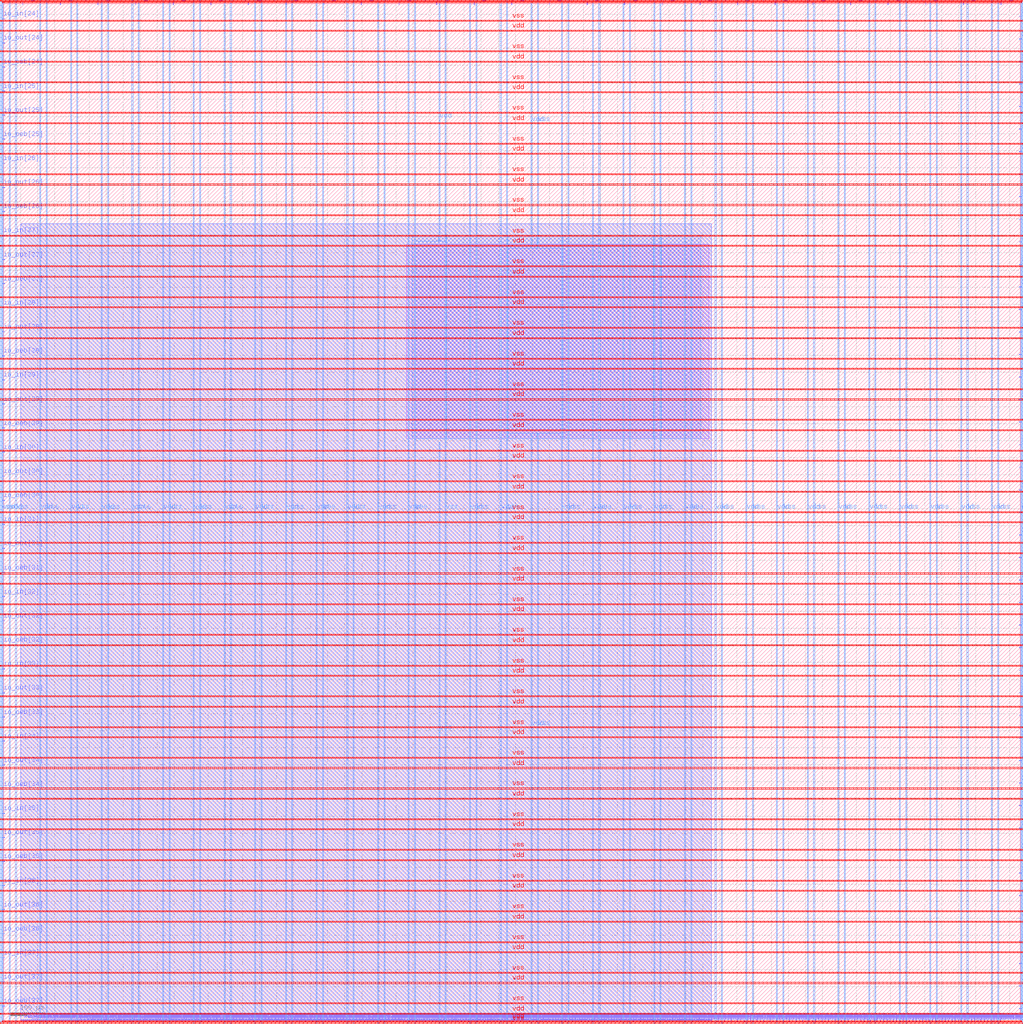
<source format=lef>
VERSION 5.7 ;
  NOWIREEXTENSIONATPIN ON ;
  DIVIDERCHAR "/" ;
  BUSBITCHARS "[]" ;
MACRO user_project_wrapper
  CLASS BLOCK ;
  FOREIGN user_project_wrapper ;
  ORIGIN 0.000 0.000 ;
  SIZE 2980.200 BY 2980.200 ;
  PIN io_in[0]
    DIRECTION INPUT ;
    USE SIGNAL ;
    PORT
      LAYER Metal3 ;
        RECT 2977.800 35.560 2985.000 36.680 ;
    END
  END io_in[0]
  PIN io_in[10]
    DIRECTION INPUT ;
    USE SIGNAL ;
    PORT
      LAYER Metal3 ;
        RECT 2977.800 2017.960 2985.000 2019.080 ;
    END
  END io_in[10]
  PIN io_in[11]
    DIRECTION INPUT ;
    USE SIGNAL ;
    PORT
      LAYER Metal3 ;
        RECT 2977.800 2216.200 2985.000 2217.320 ;
    END
  END io_in[11]
  PIN io_in[12]
    DIRECTION INPUT ;
    USE SIGNAL ;
    PORT
      LAYER Metal3 ;
        RECT 2977.800 2414.440 2985.000 2415.560 ;
    END
  END io_in[12]
  PIN io_in[13]
    DIRECTION INPUT ;
    USE SIGNAL ;
    PORT
      LAYER Metal3 ;
        RECT 2977.800 2612.680 2985.000 2613.800 ;
    END
  END io_in[13]
  PIN io_in[14]
    DIRECTION INPUT ;
    USE SIGNAL ;
    PORT
      LAYER Metal3 ;
        RECT 2977.800 2810.920 2985.000 2812.040 ;
    END
  END io_in[14]
  PIN io_in[15]
    DIRECTION INPUT ;
    USE SIGNAL ;
    PORT
      LAYER Metal2 ;
        RECT 2923.480 2977.800 2924.600 2985.000 ;
    END
  END io_in[15]
  PIN io_in[16]
    DIRECTION INPUT ;
    USE SIGNAL ;
    PORT
      LAYER Metal2 ;
        RECT 2592.520 2977.800 2593.640 2985.000 ;
    END
  END io_in[16]
  PIN io_in[17]
    DIRECTION INPUT ;
    USE SIGNAL ;
    PORT
      LAYER Metal2 ;
        RECT 2261.560 2977.800 2262.680 2985.000 ;
    END
  END io_in[17]
  PIN io_in[18]
    DIRECTION INPUT ;
    USE SIGNAL ;
    PORT
      LAYER Metal2 ;
        RECT 1930.600 2977.800 1931.720 2985.000 ;
    END
  END io_in[18]
  PIN io_in[19]
    DIRECTION INPUT ;
    USE SIGNAL ;
    PORT
      LAYER Metal2 ;
        RECT 1599.640 2977.800 1600.760 2985.000 ;
    END
  END io_in[19]
  PIN io_in[1]
    DIRECTION INPUT ;
    USE SIGNAL ;
    PORT
      LAYER Metal3 ;
        RECT 2977.800 233.800 2985.000 234.920 ;
    END
  END io_in[1]
  PIN io_in[20]
    DIRECTION INPUT ;
    USE SIGNAL ;
    PORT
      LAYER Metal2 ;
        RECT 1268.680 2977.800 1269.800 2985.000 ;
    END
  END io_in[20]
  PIN io_in[21]
    DIRECTION INPUT ;
    USE SIGNAL ;
    PORT
      LAYER Metal2 ;
        RECT 937.720 2977.800 938.840 2985.000 ;
    END
  END io_in[21]
  PIN io_in[22]
    DIRECTION INPUT ;
    USE SIGNAL ;
    PORT
      LAYER Metal2 ;
        RECT 606.760 2977.800 607.880 2985.000 ;
    END
  END io_in[22]
  PIN io_in[23]
    DIRECTION INPUT ;
    USE SIGNAL ;
    PORT
      LAYER Metal2 ;
        RECT 275.800 2977.800 276.920 2985.000 ;
    END
  END io_in[23]
  PIN io_in[24]
    DIRECTION INPUT ;
    USE SIGNAL ;
    PORT
      LAYER Metal3 ;
        RECT -4.800 2935.800 2.400 2936.920 ;
    END
  END io_in[24]
  PIN io_in[25]
    DIRECTION INPUT ;
    USE SIGNAL ;
    PORT
      LAYER Metal3 ;
        RECT -4.800 2724.120 2.400 2725.240 ;
    END
  END io_in[25]
  PIN io_in[26]
    DIRECTION INPUT ;
    USE SIGNAL ;
    PORT
      LAYER Metal3 ;
        RECT -4.800 2512.440 2.400 2513.560 ;
    END
  END io_in[26]
  PIN io_in[27]
    DIRECTION INPUT ;
    USE SIGNAL ;
    PORT
      LAYER Metal3 ;
        RECT -4.800 2300.760 2.400 2301.880 ;
    END
  END io_in[27]
  PIN io_in[28]
    DIRECTION INPUT ;
    USE SIGNAL ;
    PORT
      LAYER Metal3 ;
        RECT -4.800 2089.080 2.400 2090.200 ;
    END
  END io_in[28]
  PIN io_in[29]
    DIRECTION INPUT ;
    USE SIGNAL ;
    PORT
      LAYER Metal3 ;
        RECT -4.800 1877.400 2.400 1878.520 ;
    END
  END io_in[29]
  PIN io_in[2]
    DIRECTION INPUT ;
    USE SIGNAL ;
    PORT
      LAYER Metal3 ;
        RECT 2977.800 432.040 2985.000 433.160 ;
    END
  END io_in[2]
  PIN io_in[30]
    DIRECTION INPUT ;
    USE SIGNAL ;
    PORT
      LAYER Metal3 ;
        RECT -4.800 1665.720 2.400 1666.840 ;
    END
  END io_in[30]
  PIN io_in[31]
    DIRECTION INPUT ;
    USE SIGNAL ;
    PORT
      LAYER Metal3 ;
        RECT -4.800 1454.040 2.400 1455.160 ;
    END
  END io_in[31]
  PIN io_in[32]
    DIRECTION INPUT ;
    USE SIGNAL ;
    PORT
      LAYER Metal3 ;
        RECT -4.800 1242.360 2.400 1243.480 ;
    END
  END io_in[32]
  PIN io_in[33]
    DIRECTION INPUT ;
    USE SIGNAL ;
    PORT
      LAYER Metal3 ;
        RECT -4.800 1030.680 2.400 1031.800 ;
    END
  END io_in[33]
  PIN io_in[34]
    DIRECTION INPUT ;
    USE SIGNAL ;
    PORT
      LAYER Metal3 ;
        RECT -4.800 819.000 2.400 820.120 ;
    END
  END io_in[34]
  PIN io_in[35]
    DIRECTION INPUT ;
    USE SIGNAL ;
    PORT
      LAYER Metal3 ;
        RECT -4.800 607.320 2.400 608.440 ;
    END
  END io_in[35]
  PIN io_in[36]
    DIRECTION INPUT ;
    USE SIGNAL ;
    PORT
      LAYER Metal3 ;
        RECT -4.800 395.640 2.400 396.760 ;
    END
  END io_in[36]
  PIN io_in[37]
    DIRECTION INPUT ;
    USE SIGNAL ;
    PORT
      LAYER Metal3 ;
        RECT -4.800 183.960 2.400 185.080 ;
    END
  END io_in[37]
  PIN io_in[3]
    DIRECTION INPUT ;
    USE SIGNAL ;
    PORT
      LAYER Metal3 ;
        RECT 2977.800 630.280 2985.000 631.400 ;
    END
  END io_in[3]
  PIN io_in[4]
    DIRECTION INPUT ;
    USE SIGNAL ;
    PORT
      LAYER Metal3 ;
        RECT 2977.800 828.520 2985.000 829.640 ;
    END
  END io_in[4]
  PIN io_in[5]
    DIRECTION INPUT ;
    USE SIGNAL ;
    PORT
      LAYER Metal3 ;
        RECT 2977.800 1026.760 2985.000 1027.880 ;
    END
  END io_in[5]
  PIN io_in[6]
    DIRECTION INPUT ;
    USE SIGNAL ;
    PORT
      LAYER Metal3 ;
        RECT 2977.800 1225.000 2985.000 1226.120 ;
    END
  END io_in[6]
  PIN io_in[7]
    DIRECTION INPUT ;
    USE SIGNAL ;
    PORT
      LAYER Metal3 ;
        RECT 2977.800 1423.240 2985.000 1424.360 ;
    END
  END io_in[7]
  PIN io_in[8]
    DIRECTION INPUT ;
    USE SIGNAL ;
    PORT
      LAYER Metal3 ;
        RECT 2977.800 1621.480 2985.000 1622.600 ;
    END
  END io_in[8]
  PIN io_in[9]
    DIRECTION INPUT ;
    USE SIGNAL ;
    PORT
      LAYER Metal3 ;
        RECT 2977.800 1819.720 2985.000 1820.840 ;
    END
  END io_in[9]
  PIN io_oeb[0]
    DIRECTION OUTPUT TRISTATE ;
    USE SIGNAL ;
    PORT
      LAYER Metal3 ;
        RECT 2977.800 167.720 2985.000 168.840 ;
    END
  END io_oeb[0]
  PIN io_oeb[10]
    DIRECTION OUTPUT TRISTATE ;
    USE SIGNAL ;
    PORT
      LAYER Metal3 ;
        RECT 2977.800 2150.120 2985.000 2151.240 ;
    END
  END io_oeb[10]
  PIN io_oeb[11]
    DIRECTION OUTPUT TRISTATE ;
    USE SIGNAL ;
    PORT
      LAYER Metal3 ;
        RECT 2977.800 2348.360 2985.000 2349.480 ;
    END
  END io_oeb[11]
  PIN io_oeb[12]
    DIRECTION OUTPUT TRISTATE ;
    USE SIGNAL ;
    PORT
      LAYER Metal3 ;
        RECT 2977.800 2546.600 2985.000 2547.720 ;
    END
  END io_oeb[12]
  PIN io_oeb[13]
    DIRECTION OUTPUT TRISTATE ;
    USE SIGNAL ;
    PORT
      LAYER Metal3 ;
        RECT 2977.800 2744.840 2985.000 2745.960 ;
    END
  END io_oeb[13]
  PIN io_oeb[14]
    DIRECTION OUTPUT TRISTATE ;
    USE SIGNAL ;
    PORT
      LAYER Metal3 ;
        RECT 2977.800 2943.080 2985.000 2944.200 ;
    END
  END io_oeb[14]
  PIN io_oeb[15]
    DIRECTION OUTPUT TRISTATE ;
    USE SIGNAL ;
    PORT
      LAYER Metal2 ;
        RECT 2702.840 2977.800 2703.960 2985.000 ;
    END
  END io_oeb[15]
  PIN io_oeb[16]
    DIRECTION OUTPUT TRISTATE ;
    USE SIGNAL ;
    PORT
      LAYER Metal2 ;
        RECT 2371.880 2977.800 2373.000 2985.000 ;
    END
  END io_oeb[16]
  PIN io_oeb[17]
    DIRECTION OUTPUT TRISTATE ;
    USE SIGNAL ;
    PORT
      LAYER Metal2 ;
        RECT 2040.920 2977.800 2042.040 2985.000 ;
    END
  END io_oeb[17]
  PIN io_oeb[18]
    DIRECTION OUTPUT TRISTATE ;
    USE SIGNAL ;
    PORT
      LAYER Metal2 ;
        RECT 1709.960 2977.800 1711.080 2985.000 ;
    END
  END io_oeb[18]
  PIN io_oeb[19]
    DIRECTION OUTPUT TRISTATE ;
    USE SIGNAL ;
    PORT
      LAYER Metal2 ;
        RECT 1379.000 2977.800 1380.120 2985.000 ;
    END
  END io_oeb[19]
  PIN io_oeb[1]
    DIRECTION OUTPUT TRISTATE ;
    USE SIGNAL ;
    PORT
      LAYER Metal3 ;
        RECT 2977.800 365.960 2985.000 367.080 ;
    END
  END io_oeb[1]
  PIN io_oeb[20]
    DIRECTION OUTPUT TRISTATE ;
    USE SIGNAL ;
    PORT
      LAYER Metal2 ;
        RECT 1048.040 2977.800 1049.160 2985.000 ;
    END
  END io_oeb[20]
  PIN io_oeb[21]
    DIRECTION OUTPUT TRISTATE ;
    USE SIGNAL ;
    PORT
      LAYER Metal2 ;
        RECT 717.080 2977.800 718.200 2985.000 ;
    END
  END io_oeb[21]
  PIN io_oeb[22]
    DIRECTION OUTPUT TRISTATE ;
    USE SIGNAL ;
    PORT
      LAYER Metal2 ;
        RECT 386.120 2977.800 387.240 2985.000 ;
    END
  END io_oeb[22]
  PIN io_oeb[23]
    DIRECTION OUTPUT TRISTATE ;
    USE SIGNAL ;
    PORT
      LAYER Metal2 ;
        RECT 55.160 2977.800 56.280 2985.000 ;
    END
  END io_oeb[23]
  PIN io_oeb[24]
    DIRECTION OUTPUT TRISTATE ;
    USE SIGNAL ;
    PORT
      LAYER Metal3 ;
        RECT -4.800 2794.680 2.400 2795.800 ;
    END
  END io_oeb[24]
  PIN io_oeb[25]
    DIRECTION OUTPUT TRISTATE ;
    USE SIGNAL ;
    PORT
      LAYER Metal3 ;
        RECT -4.800 2583.000 2.400 2584.120 ;
    END
  END io_oeb[25]
  PIN io_oeb[26]
    DIRECTION OUTPUT TRISTATE ;
    USE SIGNAL ;
    PORT
      LAYER Metal3 ;
        RECT -4.800 2371.320 2.400 2372.440 ;
    END
  END io_oeb[26]
  PIN io_oeb[27]
    DIRECTION OUTPUT TRISTATE ;
    USE SIGNAL ;
    PORT
      LAYER Metal3 ;
        RECT -4.800 2159.640 2.400 2160.760 ;
    END
  END io_oeb[27]
  PIN io_oeb[28]
    DIRECTION OUTPUT TRISTATE ;
    USE SIGNAL ;
    PORT
      LAYER Metal3 ;
        RECT -4.800 1947.960 2.400 1949.080 ;
    END
  END io_oeb[28]
  PIN io_oeb[29]
    DIRECTION OUTPUT TRISTATE ;
    USE SIGNAL ;
    PORT
      LAYER Metal3 ;
        RECT -4.800 1736.280 2.400 1737.400 ;
    END
  END io_oeb[29]
  PIN io_oeb[2]
    DIRECTION OUTPUT TRISTATE ;
    USE SIGNAL ;
    PORT
      LAYER Metal3 ;
        RECT 2977.800 564.200 2985.000 565.320 ;
    END
  END io_oeb[2]
  PIN io_oeb[30]
    DIRECTION OUTPUT TRISTATE ;
    USE SIGNAL ;
    PORT
      LAYER Metal3 ;
        RECT -4.800 1524.600 2.400 1525.720 ;
    END
  END io_oeb[30]
  PIN io_oeb[31]
    DIRECTION OUTPUT TRISTATE ;
    USE SIGNAL ;
    PORT
      LAYER Metal3 ;
        RECT -4.800 1312.920 2.400 1314.040 ;
    END
  END io_oeb[31]
  PIN io_oeb[32]
    DIRECTION OUTPUT TRISTATE ;
    USE SIGNAL ;
    PORT
      LAYER Metal3 ;
        RECT -4.800 1101.240 2.400 1102.360 ;
    END
  END io_oeb[32]
  PIN io_oeb[33]
    DIRECTION OUTPUT TRISTATE ;
    USE SIGNAL ;
    PORT
      LAYER Metal3 ;
        RECT -4.800 889.560 2.400 890.680 ;
    END
  END io_oeb[33]
  PIN io_oeb[34]
    DIRECTION OUTPUT TRISTATE ;
    USE SIGNAL ;
    PORT
      LAYER Metal3 ;
        RECT -4.800 677.880 2.400 679.000 ;
    END
  END io_oeb[34]
  PIN io_oeb[35]
    DIRECTION OUTPUT TRISTATE ;
    USE SIGNAL ;
    PORT
      LAYER Metal3 ;
        RECT -4.800 466.200 2.400 467.320 ;
    END
  END io_oeb[35]
  PIN io_oeb[36]
    DIRECTION OUTPUT TRISTATE ;
    USE SIGNAL ;
    PORT
      LAYER Metal3 ;
        RECT -4.800 254.520 2.400 255.640 ;
    END
  END io_oeb[36]
  PIN io_oeb[37]
    DIRECTION OUTPUT TRISTATE ;
    USE SIGNAL ;
    PORT
      LAYER Metal3 ;
        RECT -4.800 42.840 2.400 43.960 ;
    END
  END io_oeb[37]
  PIN io_oeb[3]
    DIRECTION OUTPUT TRISTATE ;
    USE SIGNAL ;
    PORT
      LAYER Metal3 ;
        RECT 2977.800 762.440 2985.000 763.560 ;
    END
  END io_oeb[3]
  PIN io_oeb[4]
    DIRECTION OUTPUT TRISTATE ;
    USE SIGNAL ;
    PORT
      LAYER Metal3 ;
        RECT 2977.800 960.680 2985.000 961.800 ;
    END
  END io_oeb[4]
  PIN io_oeb[5]
    DIRECTION OUTPUT TRISTATE ;
    USE SIGNAL ;
    PORT
      LAYER Metal3 ;
        RECT 2977.800 1158.920 2985.000 1160.040 ;
    END
  END io_oeb[5]
  PIN io_oeb[6]
    DIRECTION OUTPUT TRISTATE ;
    USE SIGNAL ;
    PORT
      LAYER Metal3 ;
        RECT 2977.800 1357.160 2985.000 1358.280 ;
    END
  END io_oeb[6]
  PIN io_oeb[7]
    DIRECTION OUTPUT TRISTATE ;
    USE SIGNAL ;
    PORT
      LAYER Metal3 ;
        RECT 2977.800 1555.400 2985.000 1556.520 ;
    END
  END io_oeb[7]
  PIN io_oeb[8]
    DIRECTION OUTPUT TRISTATE ;
    USE SIGNAL ;
    PORT
      LAYER Metal3 ;
        RECT 2977.800 1753.640 2985.000 1754.760 ;
    END
  END io_oeb[8]
  PIN io_oeb[9]
    DIRECTION OUTPUT TRISTATE ;
    USE SIGNAL ;
    PORT
      LAYER Metal3 ;
        RECT 2977.800 1951.880 2985.000 1953.000 ;
    END
  END io_oeb[9]
  PIN io_out[0]
    DIRECTION OUTPUT TRISTATE ;
    USE SIGNAL ;
    PORT
      LAYER Metal3 ;
        RECT 2977.800 101.640 2985.000 102.760 ;
    END
  END io_out[0]
  PIN io_out[10]
    DIRECTION OUTPUT TRISTATE ;
    USE SIGNAL ;
    PORT
      LAYER Metal3 ;
        RECT 2977.800 2084.040 2985.000 2085.160 ;
    END
  END io_out[10]
  PIN io_out[11]
    DIRECTION OUTPUT TRISTATE ;
    USE SIGNAL ;
    PORT
      LAYER Metal3 ;
        RECT 2977.800 2282.280 2985.000 2283.400 ;
    END
  END io_out[11]
  PIN io_out[12]
    DIRECTION OUTPUT TRISTATE ;
    USE SIGNAL ;
    PORT
      LAYER Metal3 ;
        RECT 2977.800 2480.520 2985.000 2481.640 ;
    END
  END io_out[12]
  PIN io_out[13]
    DIRECTION OUTPUT TRISTATE ;
    USE SIGNAL ;
    PORT
      LAYER Metal3 ;
        RECT 2977.800 2678.760 2985.000 2679.880 ;
    END
  END io_out[13]
  PIN io_out[14]
    DIRECTION OUTPUT TRISTATE ;
    USE SIGNAL ;
    PORT
      LAYER Metal3 ;
        RECT 2977.800 2877.000 2985.000 2878.120 ;
    END
  END io_out[14]
  PIN io_out[15]
    DIRECTION OUTPUT TRISTATE ;
    USE SIGNAL ;
    PORT
      LAYER Metal2 ;
        RECT 2813.160 2977.800 2814.280 2985.000 ;
    END
  END io_out[15]
  PIN io_out[16]
    DIRECTION OUTPUT TRISTATE ;
    USE SIGNAL ;
    PORT
      LAYER Metal2 ;
        RECT 2482.200 2977.800 2483.320 2985.000 ;
    END
  END io_out[16]
  PIN io_out[17]
    DIRECTION OUTPUT TRISTATE ;
    USE SIGNAL ;
    PORT
      LAYER Metal2 ;
        RECT 2151.240 2977.800 2152.360 2985.000 ;
    END
  END io_out[17]
  PIN io_out[18]
    DIRECTION OUTPUT TRISTATE ;
    USE SIGNAL ;
    PORT
      LAYER Metal2 ;
        RECT 1820.280 2977.800 1821.400 2985.000 ;
    END
  END io_out[18]
  PIN io_out[19]
    DIRECTION OUTPUT TRISTATE ;
    USE SIGNAL ;
    PORT
      LAYER Metal2 ;
        RECT 1489.320 2977.800 1490.440 2985.000 ;
    END
  END io_out[19]
  PIN io_out[1]
    DIRECTION OUTPUT TRISTATE ;
    USE SIGNAL ;
    PORT
      LAYER Metal3 ;
        RECT 2977.800 299.880 2985.000 301.000 ;
    END
  END io_out[1]
  PIN io_out[20]
    DIRECTION OUTPUT TRISTATE ;
    USE SIGNAL ;
    PORT
      LAYER Metal2 ;
        RECT 1158.360 2977.800 1159.480 2985.000 ;
    END
  END io_out[20]
  PIN io_out[21]
    DIRECTION OUTPUT TRISTATE ;
    USE SIGNAL ;
    PORT
      LAYER Metal2 ;
        RECT 827.400 2977.800 828.520 2985.000 ;
    END
  END io_out[21]
  PIN io_out[22]
    DIRECTION OUTPUT TRISTATE ;
    USE SIGNAL ;
    PORT
      LAYER Metal2 ;
        RECT 496.440 2977.800 497.560 2985.000 ;
    END
  END io_out[22]
  PIN io_out[23]
    DIRECTION OUTPUT TRISTATE ;
    USE SIGNAL ;
    PORT
      LAYER Metal2 ;
        RECT 165.480 2977.800 166.600 2985.000 ;
    END
  END io_out[23]
  PIN io_out[24]
    DIRECTION OUTPUT TRISTATE ;
    USE SIGNAL ;
    PORT
      LAYER Metal3 ;
        RECT -4.800 2865.240 2.400 2866.360 ;
    END
  END io_out[24]
  PIN io_out[25]
    DIRECTION OUTPUT TRISTATE ;
    USE SIGNAL ;
    PORT
      LAYER Metal3 ;
        RECT -4.800 2653.560 2.400 2654.680 ;
    END
  END io_out[25]
  PIN io_out[26]
    DIRECTION OUTPUT TRISTATE ;
    USE SIGNAL ;
    PORT
      LAYER Metal3 ;
        RECT -4.800 2441.880 2.400 2443.000 ;
    END
  END io_out[26]
  PIN io_out[27]
    DIRECTION OUTPUT TRISTATE ;
    USE SIGNAL ;
    PORT
      LAYER Metal3 ;
        RECT -4.800 2230.200 2.400 2231.320 ;
    END
  END io_out[27]
  PIN io_out[28]
    DIRECTION OUTPUT TRISTATE ;
    USE SIGNAL ;
    PORT
      LAYER Metal3 ;
        RECT -4.800 2018.520 2.400 2019.640 ;
    END
  END io_out[28]
  PIN io_out[29]
    DIRECTION OUTPUT TRISTATE ;
    USE SIGNAL ;
    PORT
      LAYER Metal3 ;
        RECT -4.800 1806.840 2.400 1807.960 ;
    END
  END io_out[29]
  PIN io_out[2]
    DIRECTION OUTPUT TRISTATE ;
    USE SIGNAL ;
    PORT
      LAYER Metal3 ;
        RECT 2977.800 498.120 2985.000 499.240 ;
    END
  END io_out[2]
  PIN io_out[30]
    DIRECTION OUTPUT TRISTATE ;
    USE SIGNAL ;
    PORT
      LAYER Metal3 ;
        RECT -4.800 1595.160 2.400 1596.280 ;
    END
  END io_out[30]
  PIN io_out[31]
    DIRECTION OUTPUT TRISTATE ;
    USE SIGNAL ;
    PORT
      LAYER Metal3 ;
        RECT -4.800 1383.480 2.400 1384.600 ;
    END
  END io_out[31]
  PIN io_out[32]
    DIRECTION OUTPUT TRISTATE ;
    USE SIGNAL ;
    PORT
      LAYER Metal3 ;
        RECT -4.800 1171.800 2.400 1172.920 ;
    END
  END io_out[32]
  PIN io_out[33]
    DIRECTION OUTPUT TRISTATE ;
    USE SIGNAL ;
    PORT
      LAYER Metal3 ;
        RECT -4.800 960.120 2.400 961.240 ;
    END
  END io_out[33]
  PIN io_out[34]
    DIRECTION OUTPUT TRISTATE ;
    USE SIGNAL ;
    PORT
      LAYER Metal3 ;
        RECT -4.800 748.440 2.400 749.560 ;
    END
  END io_out[34]
  PIN io_out[35]
    DIRECTION OUTPUT TRISTATE ;
    USE SIGNAL ;
    PORT
      LAYER Metal3 ;
        RECT -4.800 536.760 2.400 537.880 ;
    END
  END io_out[35]
  PIN io_out[36]
    DIRECTION OUTPUT TRISTATE ;
    USE SIGNAL ;
    PORT
      LAYER Metal3 ;
        RECT -4.800 325.080 2.400 326.200 ;
    END
  END io_out[36]
  PIN io_out[37]
    DIRECTION OUTPUT TRISTATE ;
    USE SIGNAL ;
    PORT
      LAYER Metal3 ;
        RECT -4.800 113.400 2.400 114.520 ;
    END
  END io_out[37]
  PIN io_out[3]
    DIRECTION OUTPUT TRISTATE ;
    USE SIGNAL ;
    PORT
      LAYER Metal3 ;
        RECT 2977.800 696.360 2985.000 697.480 ;
    END
  END io_out[3]
  PIN io_out[4]
    DIRECTION OUTPUT TRISTATE ;
    USE SIGNAL ;
    PORT
      LAYER Metal3 ;
        RECT 2977.800 894.600 2985.000 895.720 ;
    END
  END io_out[4]
  PIN io_out[5]
    DIRECTION OUTPUT TRISTATE ;
    USE SIGNAL ;
    PORT
      LAYER Metal3 ;
        RECT 2977.800 1092.840 2985.000 1093.960 ;
    END
  END io_out[5]
  PIN io_out[6]
    DIRECTION OUTPUT TRISTATE ;
    USE SIGNAL ;
    PORT
      LAYER Metal3 ;
        RECT 2977.800 1291.080 2985.000 1292.200 ;
    END
  END io_out[6]
  PIN io_out[7]
    DIRECTION OUTPUT TRISTATE ;
    USE SIGNAL ;
    PORT
      LAYER Metal3 ;
        RECT 2977.800 1489.320 2985.000 1490.440 ;
    END
  END io_out[7]
  PIN io_out[8]
    DIRECTION OUTPUT TRISTATE ;
    USE SIGNAL ;
    PORT
      LAYER Metal3 ;
        RECT 2977.800 1687.560 2985.000 1688.680 ;
    END
  END io_out[8]
  PIN io_out[9]
    DIRECTION OUTPUT TRISTATE ;
    USE SIGNAL ;
    PORT
      LAYER Metal3 ;
        RECT 2977.800 1885.800 2985.000 1886.920 ;
    END
  END io_out[9]
  PIN la_data_in[0]
    DIRECTION INPUT ;
    USE SIGNAL ;
    PORT
      LAYER Metal2 ;
        RECT 1065.960 -4.800 1067.080 2.400 ;
    END
  END la_data_in[0]
  PIN la_data_in[10]
    DIRECTION INPUT ;
    USE SIGNAL ;
    PORT
      LAYER Metal2 ;
        RECT 1351.560 -4.800 1352.680 2.400 ;
    END
  END la_data_in[10]
  PIN la_data_in[11]
    DIRECTION INPUT ;
    USE SIGNAL ;
    PORT
      LAYER Metal2 ;
        RECT 1380.120 -4.800 1381.240 2.400 ;
    END
  END la_data_in[11]
  PIN la_data_in[12]
    DIRECTION INPUT ;
    USE SIGNAL ;
    PORT
      LAYER Metal2 ;
        RECT 1408.680 -4.800 1409.800 2.400 ;
    END
  END la_data_in[12]
  PIN la_data_in[13]
    DIRECTION INPUT ;
    USE SIGNAL ;
    PORT
      LAYER Metal2 ;
        RECT 1437.240 -4.800 1438.360 2.400 ;
    END
  END la_data_in[13]
  PIN la_data_in[14]
    DIRECTION INPUT ;
    USE SIGNAL ;
    PORT
      LAYER Metal2 ;
        RECT 1465.800 -4.800 1466.920 2.400 ;
    END
  END la_data_in[14]
  PIN la_data_in[15]
    DIRECTION INPUT ;
    USE SIGNAL ;
    PORT
      LAYER Metal2 ;
        RECT 1494.360 -4.800 1495.480 2.400 ;
    END
  END la_data_in[15]
  PIN la_data_in[16]
    DIRECTION INPUT ;
    USE SIGNAL ;
    PORT
      LAYER Metal2 ;
        RECT 1522.920 -4.800 1524.040 2.400 ;
    END
  END la_data_in[16]
  PIN la_data_in[17]
    DIRECTION INPUT ;
    USE SIGNAL ;
    PORT
      LAYER Metal2 ;
        RECT 1551.480 -4.800 1552.600 2.400 ;
    END
  END la_data_in[17]
  PIN la_data_in[18]
    DIRECTION INPUT ;
    USE SIGNAL ;
    PORT
      LAYER Metal2 ;
        RECT 1580.040 -4.800 1581.160 2.400 ;
    END
  END la_data_in[18]
  PIN la_data_in[19]
    DIRECTION INPUT ;
    USE SIGNAL ;
    PORT
      LAYER Metal2 ;
        RECT 1608.600 -4.800 1609.720 2.400 ;
    END
  END la_data_in[19]
  PIN la_data_in[1]
    DIRECTION INPUT ;
    USE SIGNAL ;
    PORT
      LAYER Metal2 ;
        RECT 1094.520 -4.800 1095.640 2.400 ;
    END
  END la_data_in[1]
  PIN la_data_in[20]
    DIRECTION INPUT ;
    USE SIGNAL ;
    PORT
      LAYER Metal2 ;
        RECT 1637.160 -4.800 1638.280 2.400 ;
    END
  END la_data_in[20]
  PIN la_data_in[21]
    DIRECTION INPUT ;
    USE SIGNAL ;
    PORT
      LAYER Metal2 ;
        RECT 1665.720 -4.800 1666.840 2.400 ;
    END
  END la_data_in[21]
  PIN la_data_in[22]
    DIRECTION INPUT ;
    USE SIGNAL ;
    PORT
      LAYER Metal2 ;
        RECT 1694.280 -4.800 1695.400 2.400 ;
    END
  END la_data_in[22]
  PIN la_data_in[23]
    DIRECTION INPUT ;
    USE SIGNAL ;
    PORT
      LAYER Metal2 ;
        RECT 1722.840 -4.800 1723.960 2.400 ;
    END
  END la_data_in[23]
  PIN la_data_in[24]
    DIRECTION INPUT ;
    USE SIGNAL ;
    PORT
      LAYER Metal2 ;
        RECT 1751.400 -4.800 1752.520 2.400 ;
    END
  END la_data_in[24]
  PIN la_data_in[25]
    DIRECTION INPUT ;
    USE SIGNAL ;
    PORT
      LAYER Metal2 ;
        RECT 1779.960 -4.800 1781.080 2.400 ;
    END
  END la_data_in[25]
  PIN la_data_in[26]
    DIRECTION INPUT ;
    USE SIGNAL ;
    PORT
      LAYER Metal2 ;
        RECT 1808.520 -4.800 1809.640 2.400 ;
    END
  END la_data_in[26]
  PIN la_data_in[27]
    DIRECTION INPUT ;
    USE SIGNAL ;
    PORT
      LAYER Metal2 ;
        RECT 1837.080 -4.800 1838.200 2.400 ;
    END
  END la_data_in[27]
  PIN la_data_in[28]
    DIRECTION INPUT ;
    USE SIGNAL ;
    PORT
      LAYER Metal2 ;
        RECT 1865.640 -4.800 1866.760 2.400 ;
    END
  END la_data_in[28]
  PIN la_data_in[29]
    DIRECTION INPUT ;
    USE SIGNAL ;
    PORT
      LAYER Metal2 ;
        RECT 1894.200 -4.800 1895.320 2.400 ;
    END
  END la_data_in[29]
  PIN la_data_in[2]
    DIRECTION INPUT ;
    USE SIGNAL ;
    PORT
      LAYER Metal2 ;
        RECT 1123.080 -4.800 1124.200 2.400 ;
    END
  END la_data_in[2]
  PIN la_data_in[30]
    DIRECTION INPUT ;
    USE SIGNAL ;
    PORT
      LAYER Metal2 ;
        RECT 1922.760 -4.800 1923.880 2.400 ;
    END
  END la_data_in[30]
  PIN la_data_in[31]
    DIRECTION INPUT ;
    USE SIGNAL ;
    PORT
      LAYER Metal2 ;
        RECT 1951.320 -4.800 1952.440 2.400 ;
    END
  END la_data_in[31]
  PIN la_data_in[32]
    DIRECTION INPUT ;
    USE SIGNAL ;
    PORT
      LAYER Metal2 ;
        RECT 1979.880 -4.800 1981.000 2.400 ;
    END
  END la_data_in[32]
  PIN la_data_in[33]
    DIRECTION INPUT ;
    USE SIGNAL ;
    PORT
      LAYER Metal2 ;
        RECT 2008.440 -4.800 2009.560 2.400 ;
    END
  END la_data_in[33]
  PIN la_data_in[34]
    DIRECTION INPUT ;
    USE SIGNAL ;
    PORT
      LAYER Metal2 ;
        RECT 2037.000 -4.800 2038.120 2.400 ;
    END
  END la_data_in[34]
  PIN la_data_in[35]
    DIRECTION INPUT ;
    USE SIGNAL ;
    PORT
      LAYER Metal2 ;
        RECT 2065.560 -4.800 2066.680 2.400 ;
    END
  END la_data_in[35]
  PIN la_data_in[36]
    DIRECTION INPUT ;
    USE SIGNAL ;
    PORT
      LAYER Metal2 ;
        RECT 2094.120 -4.800 2095.240 2.400 ;
    END
  END la_data_in[36]
  PIN la_data_in[37]
    DIRECTION INPUT ;
    USE SIGNAL ;
    PORT
      LAYER Metal2 ;
        RECT 2122.680 -4.800 2123.800 2.400 ;
    END
  END la_data_in[37]
  PIN la_data_in[38]
    DIRECTION INPUT ;
    USE SIGNAL ;
    PORT
      LAYER Metal2 ;
        RECT 2151.240 -4.800 2152.360 2.400 ;
    END
  END la_data_in[38]
  PIN la_data_in[39]
    DIRECTION INPUT ;
    USE SIGNAL ;
    PORT
      LAYER Metal2 ;
        RECT 2179.800 -4.800 2180.920 2.400 ;
    END
  END la_data_in[39]
  PIN la_data_in[3]
    DIRECTION INPUT ;
    USE SIGNAL ;
    PORT
      LAYER Metal2 ;
        RECT 1151.640 -4.800 1152.760 2.400 ;
    END
  END la_data_in[3]
  PIN la_data_in[40]
    DIRECTION INPUT ;
    USE SIGNAL ;
    PORT
      LAYER Metal2 ;
        RECT 2208.360 -4.800 2209.480 2.400 ;
    END
  END la_data_in[40]
  PIN la_data_in[41]
    DIRECTION INPUT ;
    USE SIGNAL ;
    PORT
      LAYER Metal2 ;
        RECT 2236.920 -4.800 2238.040 2.400 ;
    END
  END la_data_in[41]
  PIN la_data_in[42]
    DIRECTION INPUT ;
    USE SIGNAL ;
    PORT
      LAYER Metal2 ;
        RECT 2265.480 -4.800 2266.600 2.400 ;
    END
  END la_data_in[42]
  PIN la_data_in[43]
    DIRECTION INPUT ;
    USE SIGNAL ;
    PORT
      LAYER Metal2 ;
        RECT 2294.040 -4.800 2295.160 2.400 ;
    END
  END la_data_in[43]
  PIN la_data_in[44]
    DIRECTION INPUT ;
    USE SIGNAL ;
    PORT
      LAYER Metal2 ;
        RECT 2322.600 -4.800 2323.720 2.400 ;
    END
  END la_data_in[44]
  PIN la_data_in[45]
    DIRECTION INPUT ;
    USE SIGNAL ;
    PORT
      LAYER Metal2 ;
        RECT 2351.160 -4.800 2352.280 2.400 ;
    END
  END la_data_in[45]
  PIN la_data_in[46]
    DIRECTION INPUT ;
    USE SIGNAL ;
    PORT
      LAYER Metal2 ;
        RECT 2379.720 -4.800 2380.840 2.400 ;
    END
  END la_data_in[46]
  PIN la_data_in[47]
    DIRECTION INPUT ;
    USE SIGNAL ;
    PORT
      LAYER Metal2 ;
        RECT 2408.280 -4.800 2409.400 2.400 ;
    END
  END la_data_in[47]
  PIN la_data_in[48]
    DIRECTION INPUT ;
    USE SIGNAL ;
    PORT
      LAYER Metal2 ;
        RECT 2436.840 -4.800 2437.960 2.400 ;
    END
  END la_data_in[48]
  PIN la_data_in[49]
    DIRECTION INPUT ;
    USE SIGNAL ;
    PORT
      LAYER Metal2 ;
        RECT 2465.400 -4.800 2466.520 2.400 ;
    END
  END la_data_in[49]
  PIN la_data_in[4]
    DIRECTION INPUT ;
    USE SIGNAL ;
    PORT
      LAYER Metal2 ;
        RECT 1180.200 -4.800 1181.320 2.400 ;
    END
  END la_data_in[4]
  PIN la_data_in[50]
    DIRECTION INPUT ;
    USE SIGNAL ;
    PORT
      LAYER Metal2 ;
        RECT 2493.960 -4.800 2495.080 2.400 ;
    END
  END la_data_in[50]
  PIN la_data_in[51]
    DIRECTION INPUT ;
    USE SIGNAL ;
    PORT
      LAYER Metal2 ;
        RECT 2522.520 -4.800 2523.640 2.400 ;
    END
  END la_data_in[51]
  PIN la_data_in[52]
    DIRECTION INPUT ;
    USE SIGNAL ;
    PORT
      LAYER Metal2 ;
        RECT 2551.080 -4.800 2552.200 2.400 ;
    END
  END la_data_in[52]
  PIN la_data_in[53]
    DIRECTION INPUT ;
    USE SIGNAL ;
    PORT
      LAYER Metal2 ;
        RECT 2579.640 -4.800 2580.760 2.400 ;
    END
  END la_data_in[53]
  PIN la_data_in[54]
    DIRECTION INPUT ;
    USE SIGNAL ;
    PORT
      LAYER Metal2 ;
        RECT 2608.200 -4.800 2609.320 2.400 ;
    END
  END la_data_in[54]
  PIN la_data_in[55]
    DIRECTION INPUT ;
    USE SIGNAL ;
    PORT
      LAYER Metal2 ;
        RECT 2636.760 -4.800 2637.880 2.400 ;
    END
  END la_data_in[55]
  PIN la_data_in[56]
    DIRECTION INPUT ;
    USE SIGNAL ;
    PORT
      LAYER Metal2 ;
        RECT 2665.320 -4.800 2666.440 2.400 ;
    END
  END la_data_in[56]
  PIN la_data_in[57]
    DIRECTION INPUT ;
    USE SIGNAL ;
    PORT
      LAYER Metal2 ;
        RECT 2693.880 -4.800 2695.000 2.400 ;
    END
  END la_data_in[57]
  PIN la_data_in[58]
    DIRECTION INPUT ;
    USE SIGNAL ;
    PORT
      LAYER Metal2 ;
        RECT 2722.440 -4.800 2723.560 2.400 ;
    END
  END la_data_in[58]
  PIN la_data_in[59]
    DIRECTION INPUT ;
    USE SIGNAL ;
    PORT
      LAYER Metal2 ;
        RECT 2751.000 -4.800 2752.120 2.400 ;
    END
  END la_data_in[59]
  PIN la_data_in[5]
    DIRECTION INPUT ;
    USE SIGNAL ;
    PORT
      LAYER Metal2 ;
        RECT 1208.760 -4.800 1209.880 2.400 ;
    END
  END la_data_in[5]
  PIN la_data_in[60]
    DIRECTION INPUT ;
    USE SIGNAL ;
    PORT
      LAYER Metal2 ;
        RECT 2779.560 -4.800 2780.680 2.400 ;
    END
  END la_data_in[60]
  PIN la_data_in[61]
    DIRECTION INPUT ;
    USE SIGNAL ;
    PORT
      LAYER Metal2 ;
        RECT 2808.120 -4.800 2809.240 2.400 ;
    END
  END la_data_in[61]
  PIN la_data_in[62]
    DIRECTION INPUT ;
    USE SIGNAL ;
    PORT
      LAYER Metal2 ;
        RECT 2836.680 -4.800 2837.800 2.400 ;
    END
  END la_data_in[62]
  PIN la_data_in[63]
    DIRECTION INPUT ;
    USE SIGNAL ;
    PORT
      LAYER Metal2 ;
        RECT 2865.240 -4.800 2866.360 2.400 ;
    END
  END la_data_in[63]
  PIN la_data_in[6]
    DIRECTION INPUT ;
    USE SIGNAL ;
    PORT
      LAYER Metal2 ;
        RECT 1237.320 -4.800 1238.440 2.400 ;
    END
  END la_data_in[6]
  PIN la_data_in[7]
    DIRECTION INPUT ;
    USE SIGNAL ;
    PORT
      LAYER Metal2 ;
        RECT 1265.880 -4.800 1267.000 2.400 ;
    END
  END la_data_in[7]
  PIN la_data_in[8]
    DIRECTION INPUT ;
    USE SIGNAL ;
    PORT
      LAYER Metal2 ;
        RECT 1294.440 -4.800 1295.560 2.400 ;
    END
  END la_data_in[8]
  PIN la_data_in[9]
    DIRECTION INPUT ;
    USE SIGNAL ;
    PORT
      LAYER Metal2 ;
        RECT 1323.000 -4.800 1324.120 2.400 ;
    END
  END la_data_in[9]
  PIN la_data_out[0]
    DIRECTION OUTPUT TRISTATE ;
    USE SIGNAL ;
    PORT
      LAYER Metal2 ;
        RECT 1075.480 -4.800 1076.600 2.400 ;
    END
  END la_data_out[0]
  PIN la_data_out[10]
    DIRECTION OUTPUT TRISTATE ;
    USE SIGNAL ;
    PORT
      LAYER Metal2 ;
        RECT 1361.080 -4.800 1362.200 2.400 ;
    END
  END la_data_out[10]
  PIN la_data_out[11]
    DIRECTION OUTPUT TRISTATE ;
    USE SIGNAL ;
    PORT
      LAYER Metal2 ;
        RECT 1389.640 -4.800 1390.760 2.400 ;
    END
  END la_data_out[11]
  PIN la_data_out[12]
    DIRECTION OUTPUT TRISTATE ;
    USE SIGNAL ;
    PORT
      LAYER Metal2 ;
        RECT 1418.200 -4.800 1419.320 2.400 ;
    END
  END la_data_out[12]
  PIN la_data_out[13]
    DIRECTION OUTPUT TRISTATE ;
    USE SIGNAL ;
    PORT
      LAYER Metal2 ;
        RECT 1446.760 -4.800 1447.880 2.400 ;
    END
  END la_data_out[13]
  PIN la_data_out[14]
    DIRECTION OUTPUT TRISTATE ;
    USE SIGNAL ;
    PORT
      LAYER Metal2 ;
        RECT 1475.320 -4.800 1476.440 2.400 ;
    END
  END la_data_out[14]
  PIN la_data_out[15]
    DIRECTION OUTPUT TRISTATE ;
    USE SIGNAL ;
    PORT
      LAYER Metal2 ;
        RECT 1503.880 -4.800 1505.000 2.400 ;
    END
  END la_data_out[15]
  PIN la_data_out[16]
    DIRECTION OUTPUT TRISTATE ;
    USE SIGNAL ;
    PORT
      LAYER Metal2 ;
        RECT 1532.440 -4.800 1533.560 2.400 ;
    END
  END la_data_out[16]
  PIN la_data_out[17]
    DIRECTION OUTPUT TRISTATE ;
    USE SIGNAL ;
    PORT
      LAYER Metal2 ;
        RECT 1561.000 -4.800 1562.120 2.400 ;
    END
  END la_data_out[17]
  PIN la_data_out[18]
    DIRECTION OUTPUT TRISTATE ;
    USE SIGNAL ;
    PORT
      LAYER Metal2 ;
        RECT 1589.560 -4.800 1590.680 2.400 ;
    END
  END la_data_out[18]
  PIN la_data_out[19]
    DIRECTION OUTPUT TRISTATE ;
    USE SIGNAL ;
    PORT
      LAYER Metal2 ;
        RECT 1618.120 -4.800 1619.240 2.400 ;
    END
  END la_data_out[19]
  PIN la_data_out[1]
    DIRECTION OUTPUT TRISTATE ;
    USE SIGNAL ;
    PORT
      LAYER Metal2 ;
        RECT 1104.040 -4.800 1105.160 2.400 ;
    END
  END la_data_out[1]
  PIN la_data_out[20]
    DIRECTION OUTPUT TRISTATE ;
    USE SIGNAL ;
    PORT
      LAYER Metal2 ;
        RECT 1646.680 -4.800 1647.800 2.400 ;
    END
  END la_data_out[20]
  PIN la_data_out[21]
    DIRECTION OUTPUT TRISTATE ;
    USE SIGNAL ;
    PORT
      LAYER Metal2 ;
        RECT 1675.240 -4.800 1676.360 2.400 ;
    END
  END la_data_out[21]
  PIN la_data_out[22]
    DIRECTION OUTPUT TRISTATE ;
    USE SIGNAL ;
    PORT
      LAYER Metal2 ;
        RECT 1703.800 -4.800 1704.920 2.400 ;
    END
  END la_data_out[22]
  PIN la_data_out[23]
    DIRECTION OUTPUT TRISTATE ;
    USE SIGNAL ;
    PORT
      LAYER Metal2 ;
        RECT 1732.360 -4.800 1733.480 2.400 ;
    END
  END la_data_out[23]
  PIN la_data_out[24]
    DIRECTION OUTPUT TRISTATE ;
    USE SIGNAL ;
    PORT
      LAYER Metal2 ;
        RECT 1760.920 -4.800 1762.040 2.400 ;
    END
  END la_data_out[24]
  PIN la_data_out[25]
    DIRECTION OUTPUT TRISTATE ;
    USE SIGNAL ;
    PORT
      LAYER Metal2 ;
        RECT 1789.480 -4.800 1790.600 2.400 ;
    END
  END la_data_out[25]
  PIN la_data_out[26]
    DIRECTION OUTPUT TRISTATE ;
    USE SIGNAL ;
    PORT
      LAYER Metal2 ;
        RECT 1818.040 -4.800 1819.160 2.400 ;
    END
  END la_data_out[26]
  PIN la_data_out[27]
    DIRECTION OUTPUT TRISTATE ;
    USE SIGNAL ;
    PORT
      LAYER Metal2 ;
        RECT 1846.600 -4.800 1847.720 2.400 ;
    END
  END la_data_out[27]
  PIN la_data_out[28]
    DIRECTION OUTPUT TRISTATE ;
    USE SIGNAL ;
    PORT
      LAYER Metal2 ;
        RECT 1875.160 -4.800 1876.280 2.400 ;
    END
  END la_data_out[28]
  PIN la_data_out[29]
    DIRECTION OUTPUT TRISTATE ;
    USE SIGNAL ;
    PORT
      LAYER Metal2 ;
        RECT 1903.720 -4.800 1904.840 2.400 ;
    END
  END la_data_out[29]
  PIN la_data_out[2]
    DIRECTION OUTPUT TRISTATE ;
    USE SIGNAL ;
    PORT
      LAYER Metal2 ;
        RECT 1132.600 -4.800 1133.720 2.400 ;
    END
  END la_data_out[2]
  PIN la_data_out[30]
    DIRECTION OUTPUT TRISTATE ;
    USE SIGNAL ;
    PORT
      LAYER Metal2 ;
        RECT 1932.280 -4.800 1933.400 2.400 ;
    END
  END la_data_out[30]
  PIN la_data_out[31]
    DIRECTION OUTPUT TRISTATE ;
    USE SIGNAL ;
    PORT
      LAYER Metal2 ;
        RECT 1960.840 -4.800 1961.960 2.400 ;
    END
  END la_data_out[31]
  PIN la_data_out[32]
    DIRECTION OUTPUT TRISTATE ;
    USE SIGNAL ;
    PORT
      LAYER Metal2 ;
        RECT 1989.400 -4.800 1990.520 2.400 ;
    END
  END la_data_out[32]
  PIN la_data_out[33]
    DIRECTION OUTPUT TRISTATE ;
    USE SIGNAL ;
    PORT
      LAYER Metal2 ;
        RECT 2017.960 -4.800 2019.080 2.400 ;
    END
  END la_data_out[33]
  PIN la_data_out[34]
    DIRECTION OUTPUT TRISTATE ;
    USE SIGNAL ;
    PORT
      LAYER Metal2 ;
        RECT 2046.520 -4.800 2047.640 2.400 ;
    END
  END la_data_out[34]
  PIN la_data_out[35]
    DIRECTION OUTPUT TRISTATE ;
    USE SIGNAL ;
    PORT
      LAYER Metal2 ;
        RECT 2075.080 -4.800 2076.200 2.400 ;
    END
  END la_data_out[35]
  PIN la_data_out[36]
    DIRECTION OUTPUT TRISTATE ;
    USE SIGNAL ;
    PORT
      LAYER Metal2 ;
        RECT 2103.640 -4.800 2104.760 2.400 ;
    END
  END la_data_out[36]
  PIN la_data_out[37]
    DIRECTION OUTPUT TRISTATE ;
    USE SIGNAL ;
    PORT
      LAYER Metal2 ;
        RECT 2132.200 -4.800 2133.320 2.400 ;
    END
  END la_data_out[37]
  PIN la_data_out[38]
    DIRECTION OUTPUT TRISTATE ;
    USE SIGNAL ;
    PORT
      LAYER Metal2 ;
        RECT 2160.760 -4.800 2161.880 2.400 ;
    END
  END la_data_out[38]
  PIN la_data_out[39]
    DIRECTION OUTPUT TRISTATE ;
    USE SIGNAL ;
    PORT
      LAYER Metal2 ;
        RECT 2189.320 -4.800 2190.440 2.400 ;
    END
  END la_data_out[39]
  PIN la_data_out[3]
    DIRECTION OUTPUT TRISTATE ;
    USE SIGNAL ;
    PORT
      LAYER Metal2 ;
        RECT 1161.160 -4.800 1162.280 2.400 ;
    END
  END la_data_out[3]
  PIN la_data_out[40]
    DIRECTION OUTPUT TRISTATE ;
    USE SIGNAL ;
    PORT
      LAYER Metal2 ;
        RECT 2217.880 -4.800 2219.000 2.400 ;
    END
  END la_data_out[40]
  PIN la_data_out[41]
    DIRECTION OUTPUT TRISTATE ;
    USE SIGNAL ;
    PORT
      LAYER Metal2 ;
        RECT 2246.440 -4.800 2247.560 2.400 ;
    END
  END la_data_out[41]
  PIN la_data_out[42]
    DIRECTION OUTPUT TRISTATE ;
    USE SIGNAL ;
    PORT
      LAYER Metal2 ;
        RECT 2275.000 -4.800 2276.120 2.400 ;
    END
  END la_data_out[42]
  PIN la_data_out[43]
    DIRECTION OUTPUT TRISTATE ;
    USE SIGNAL ;
    PORT
      LAYER Metal2 ;
        RECT 2303.560 -4.800 2304.680 2.400 ;
    END
  END la_data_out[43]
  PIN la_data_out[44]
    DIRECTION OUTPUT TRISTATE ;
    USE SIGNAL ;
    PORT
      LAYER Metal2 ;
        RECT 2332.120 -4.800 2333.240 2.400 ;
    END
  END la_data_out[44]
  PIN la_data_out[45]
    DIRECTION OUTPUT TRISTATE ;
    USE SIGNAL ;
    PORT
      LAYER Metal2 ;
        RECT 2360.680 -4.800 2361.800 2.400 ;
    END
  END la_data_out[45]
  PIN la_data_out[46]
    DIRECTION OUTPUT TRISTATE ;
    USE SIGNAL ;
    PORT
      LAYER Metal2 ;
        RECT 2389.240 -4.800 2390.360 2.400 ;
    END
  END la_data_out[46]
  PIN la_data_out[47]
    DIRECTION OUTPUT TRISTATE ;
    USE SIGNAL ;
    PORT
      LAYER Metal2 ;
        RECT 2417.800 -4.800 2418.920 2.400 ;
    END
  END la_data_out[47]
  PIN la_data_out[48]
    DIRECTION OUTPUT TRISTATE ;
    USE SIGNAL ;
    PORT
      LAYER Metal2 ;
        RECT 2446.360 -4.800 2447.480 2.400 ;
    END
  END la_data_out[48]
  PIN la_data_out[49]
    DIRECTION OUTPUT TRISTATE ;
    USE SIGNAL ;
    PORT
      LAYER Metal2 ;
        RECT 2474.920 -4.800 2476.040 2.400 ;
    END
  END la_data_out[49]
  PIN la_data_out[4]
    DIRECTION OUTPUT TRISTATE ;
    USE SIGNAL ;
    PORT
      LAYER Metal2 ;
        RECT 1189.720 -4.800 1190.840 2.400 ;
    END
  END la_data_out[4]
  PIN la_data_out[50]
    DIRECTION OUTPUT TRISTATE ;
    USE SIGNAL ;
    PORT
      LAYER Metal2 ;
        RECT 2503.480 -4.800 2504.600 2.400 ;
    END
  END la_data_out[50]
  PIN la_data_out[51]
    DIRECTION OUTPUT TRISTATE ;
    USE SIGNAL ;
    PORT
      LAYER Metal2 ;
        RECT 2532.040 -4.800 2533.160 2.400 ;
    END
  END la_data_out[51]
  PIN la_data_out[52]
    DIRECTION OUTPUT TRISTATE ;
    USE SIGNAL ;
    PORT
      LAYER Metal2 ;
        RECT 2560.600 -4.800 2561.720 2.400 ;
    END
  END la_data_out[52]
  PIN la_data_out[53]
    DIRECTION OUTPUT TRISTATE ;
    USE SIGNAL ;
    PORT
      LAYER Metal2 ;
        RECT 2589.160 -4.800 2590.280 2.400 ;
    END
  END la_data_out[53]
  PIN la_data_out[54]
    DIRECTION OUTPUT TRISTATE ;
    USE SIGNAL ;
    PORT
      LAYER Metal2 ;
        RECT 2617.720 -4.800 2618.840 2.400 ;
    END
  END la_data_out[54]
  PIN la_data_out[55]
    DIRECTION OUTPUT TRISTATE ;
    USE SIGNAL ;
    PORT
      LAYER Metal2 ;
        RECT 2646.280 -4.800 2647.400 2.400 ;
    END
  END la_data_out[55]
  PIN la_data_out[56]
    DIRECTION OUTPUT TRISTATE ;
    USE SIGNAL ;
    PORT
      LAYER Metal2 ;
        RECT 2674.840 -4.800 2675.960 2.400 ;
    END
  END la_data_out[56]
  PIN la_data_out[57]
    DIRECTION OUTPUT TRISTATE ;
    USE SIGNAL ;
    PORT
      LAYER Metal2 ;
        RECT 2703.400 -4.800 2704.520 2.400 ;
    END
  END la_data_out[57]
  PIN la_data_out[58]
    DIRECTION OUTPUT TRISTATE ;
    USE SIGNAL ;
    PORT
      LAYER Metal2 ;
        RECT 2731.960 -4.800 2733.080 2.400 ;
    END
  END la_data_out[58]
  PIN la_data_out[59]
    DIRECTION OUTPUT TRISTATE ;
    USE SIGNAL ;
    PORT
      LAYER Metal2 ;
        RECT 2760.520 -4.800 2761.640 2.400 ;
    END
  END la_data_out[59]
  PIN la_data_out[5]
    DIRECTION OUTPUT TRISTATE ;
    USE SIGNAL ;
    PORT
      LAYER Metal2 ;
        RECT 1218.280 -4.800 1219.400 2.400 ;
    END
  END la_data_out[5]
  PIN la_data_out[60]
    DIRECTION OUTPUT TRISTATE ;
    USE SIGNAL ;
    PORT
      LAYER Metal2 ;
        RECT 2789.080 -4.800 2790.200 2.400 ;
    END
  END la_data_out[60]
  PIN la_data_out[61]
    DIRECTION OUTPUT TRISTATE ;
    USE SIGNAL ;
    PORT
      LAYER Metal2 ;
        RECT 2817.640 -4.800 2818.760 2.400 ;
    END
  END la_data_out[61]
  PIN la_data_out[62]
    DIRECTION OUTPUT TRISTATE ;
    USE SIGNAL ;
    PORT
      LAYER Metal2 ;
        RECT 2846.200 -4.800 2847.320 2.400 ;
    END
  END la_data_out[62]
  PIN la_data_out[63]
    DIRECTION OUTPUT TRISTATE ;
    USE SIGNAL ;
    PORT
      LAYER Metal2 ;
        RECT 2874.760 -4.800 2875.880 2.400 ;
    END
  END la_data_out[63]
  PIN la_data_out[6]
    DIRECTION OUTPUT TRISTATE ;
    USE SIGNAL ;
    PORT
      LAYER Metal2 ;
        RECT 1246.840 -4.800 1247.960 2.400 ;
    END
  END la_data_out[6]
  PIN la_data_out[7]
    DIRECTION OUTPUT TRISTATE ;
    USE SIGNAL ;
    PORT
      LAYER Metal2 ;
        RECT 1275.400 -4.800 1276.520 2.400 ;
    END
  END la_data_out[7]
  PIN la_data_out[8]
    DIRECTION OUTPUT TRISTATE ;
    USE SIGNAL ;
    PORT
      LAYER Metal2 ;
        RECT 1303.960 -4.800 1305.080 2.400 ;
    END
  END la_data_out[8]
  PIN la_data_out[9]
    DIRECTION OUTPUT TRISTATE ;
    USE SIGNAL ;
    PORT
      LAYER Metal2 ;
        RECT 1332.520 -4.800 1333.640 2.400 ;
    END
  END la_data_out[9]
  PIN la_oenb[0]
    DIRECTION INPUT ;
    USE SIGNAL ;
    PORT
      LAYER Metal2 ;
        RECT 1085.000 -4.800 1086.120 2.400 ;
    END
  END la_oenb[0]
  PIN la_oenb[10]
    DIRECTION INPUT ;
    USE SIGNAL ;
    PORT
      LAYER Metal2 ;
        RECT 1370.600 -4.800 1371.720 2.400 ;
    END
  END la_oenb[10]
  PIN la_oenb[11]
    DIRECTION INPUT ;
    USE SIGNAL ;
    PORT
      LAYER Metal2 ;
        RECT 1399.160 -4.800 1400.280 2.400 ;
    END
  END la_oenb[11]
  PIN la_oenb[12]
    DIRECTION INPUT ;
    USE SIGNAL ;
    PORT
      LAYER Metal2 ;
        RECT 1427.720 -4.800 1428.840 2.400 ;
    END
  END la_oenb[12]
  PIN la_oenb[13]
    DIRECTION INPUT ;
    USE SIGNAL ;
    PORT
      LAYER Metal2 ;
        RECT 1456.280 -4.800 1457.400 2.400 ;
    END
  END la_oenb[13]
  PIN la_oenb[14]
    DIRECTION INPUT ;
    USE SIGNAL ;
    PORT
      LAYER Metal2 ;
        RECT 1484.840 -4.800 1485.960 2.400 ;
    END
  END la_oenb[14]
  PIN la_oenb[15]
    DIRECTION INPUT ;
    USE SIGNAL ;
    PORT
      LAYER Metal2 ;
        RECT 1513.400 -4.800 1514.520 2.400 ;
    END
  END la_oenb[15]
  PIN la_oenb[16]
    DIRECTION INPUT ;
    USE SIGNAL ;
    PORT
      LAYER Metal2 ;
        RECT 1541.960 -4.800 1543.080 2.400 ;
    END
  END la_oenb[16]
  PIN la_oenb[17]
    DIRECTION INPUT ;
    USE SIGNAL ;
    PORT
      LAYER Metal2 ;
        RECT 1570.520 -4.800 1571.640 2.400 ;
    END
  END la_oenb[17]
  PIN la_oenb[18]
    DIRECTION INPUT ;
    USE SIGNAL ;
    PORT
      LAYER Metal2 ;
        RECT 1599.080 -4.800 1600.200 2.400 ;
    END
  END la_oenb[18]
  PIN la_oenb[19]
    DIRECTION INPUT ;
    USE SIGNAL ;
    PORT
      LAYER Metal2 ;
        RECT 1627.640 -4.800 1628.760 2.400 ;
    END
  END la_oenb[19]
  PIN la_oenb[1]
    DIRECTION INPUT ;
    USE SIGNAL ;
    PORT
      LAYER Metal2 ;
        RECT 1113.560 -4.800 1114.680 2.400 ;
    END
  END la_oenb[1]
  PIN la_oenb[20]
    DIRECTION INPUT ;
    USE SIGNAL ;
    PORT
      LAYER Metal2 ;
        RECT 1656.200 -4.800 1657.320 2.400 ;
    END
  END la_oenb[20]
  PIN la_oenb[21]
    DIRECTION INPUT ;
    USE SIGNAL ;
    PORT
      LAYER Metal2 ;
        RECT 1684.760 -4.800 1685.880 2.400 ;
    END
  END la_oenb[21]
  PIN la_oenb[22]
    DIRECTION INPUT ;
    USE SIGNAL ;
    PORT
      LAYER Metal2 ;
        RECT 1713.320 -4.800 1714.440 2.400 ;
    END
  END la_oenb[22]
  PIN la_oenb[23]
    DIRECTION INPUT ;
    USE SIGNAL ;
    PORT
      LAYER Metal2 ;
        RECT 1741.880 -4.800 1743.000 2.400 ;
    END
  END la_oenb[23]
  PIN la_oenb[24]
    DIRECTION INPUT ;
    USE SIGNAL ;
    PORT
      LAYER Metal2 ;
        RECT 1770.440 -4.800 1771.560 2.400 ;
    END
  END la_oenb[24]
  PIN la_oenb[25]
    DIRECTION INPUT ;
    USE SIGNAL ;
    PORT
      LAYER Metal2 ;
        RECT 1799.000 -4.800 1800.120 2.400 ;
    END
  END la_oenb[25]
  PIN la_oenb[26]
    DIRECTION INPUT ;
    USE SIGNAL ;
    PORT
      LAYER Metal2 ;
        RECT 1827.560 -4.800 1828.680 2.400 ;
    END
  END la_oenb[26]
  PIN la_oenb[27]
    DIRECTION INPUT ;
    USE SIGNAL ;
    PORT
      LAYER Metal2 ;
        RECT 1856.120 -4.800 1857.240 2.400 ;
    END
  END la_oenb[27]
  PIN la_oenb[28]
    DIRECTION INPUT ;
    USE SIGNAL ;
    PORT
      LAYER Metal2 ;
        RECT 1884.680 -4.800 1885.800 2.400 ;
    END
  END la_oenb[28]
  PIN la_oenb[29]
    DIRECTION INPUT ;
    USE SIGNAL ;
    PORT
      LAYER Metal2 ;
        RECT 1913.240 -4.800 1914.360 2.400 ;
    END
  END la_oenb[29]
  PIN la_oenb[2]
    DIRECTION INPUT ;
    USE SIGNAL ;
    PORT
      LAYER Metal2 ;
        RECT 1142.120 -4.800 1143.240 2.400 ;
    END
  END la_oenb[2]
  PIN la_oenb[30]
    DIRECTION INPUT ;
    USE SIGNAL ;
    PORT
      LAYER Metal2 ;
        RECT 1941.800 -4.800 1942.920 2.400 ;
    END
  END la_oenb[30]
  PIN la_oenb[31]
    DIRECTION INPUT ;
    USE SIGNAL ;
    PORT
      LAYER Metal2 ;
        RECT 1970.360 -4.800 1971.480 2.400 ;
    END
  END la_oenb[31]
  PIN la_oenb[32]
    DIRECTION INPUT ;
    USE SIGNAL ;
    PORT
      LAYER Metal2 ;
        RECT 1998.920 -4.800 2000.040 2.400 ;
    END
  END la_oenb[32]
  PIN la_oenb[33]
    DIRECTION INPUT ;
    USE SIGNAL ;
    PORT
      LAYER Metal2 ;
        RECT 2027.480 -4.800 2028.600 2.400 ;
    END
  END la_oenb[33]
  PIN la_oenb[34]
    DIRECTION INPUT ;
    USE SIGNAL ;
    PORT
      LAYER Metal2 ;
        RECT 2056.040 -4.800 2057.160 2.400 ;
    END
  END la_oenb[34]
  PIN la_oenb[35]
    DIRECTION INPUT ;
    USE SIGNAL ;
    PORT
      LAYER Metal2 ;
        RECT 2084.600 -4.800 2085.720 2.400 ;
    END
  END la_oenb[35]
  PIN la_oenb[36]
    DIRECTION INPUT ;
    USE SIGNAL ;
    PORT
      LAYER Metal2 ;
        RECT 2113.160 -4.800 2114.280 2.400 ;
    END
  END la_oenb[36]
  PIN la_oenb[37]
    DIRECTION INPUT ;
    USE SIGNAL ;
    PORT
      LAYER Metal2 ;
        RECT 2141.720 -4.800 2142.840 2.400 ;
    END
  END la_oenb[37]
  PIN la_oenb[38]
    DIRECTION INPUT ;
    USE SIGNAL ;
    PORT
      LAYER Metal2 ;
        RECT 2170.280 -4.800 2171.400 2.400 ;
    END
  END la_oenb[38]
  PIN la_oenb[39]
    DIRECTION INPUT ;
    USE SIGNAL ;
    PORT
      LAYER Metal2 ;
        RECT 2198.840 -4.800 2199.960 2.400 ;
    END
  END la_oenb[39]
  PIN la_oenb[3]
    DIRECTION INPUT ;
    USE SIGNAL ;
    PORT
      LAYER Metal2 ;
        RECT 1170.680 -4.800 1171.800 2.400 ;
    END
  END la_oenb[3]
  PIN la_oenb[40]
    DIRECTION INPUT ;
    USE SIGNAL ;
    PORT
      LAYER Metal2 ;
        RECT 2227.400 -4.800 2228.520 2.400 ;
    END
  END la_oenb[40]
  PIN la_oenb[41]
    DIRECTION INPUT ;
    USE SIGNAL ;
    PORT
      LAYER Metal2 ;
        RECT 2255.960 -4.800 2257.080 2.400 ;
    END
  END la_oenb[41]
  PIN la_oenb[42]
    DIRECTION INPUT ;
    USE SIGNAL ;
    PORT
      LAYER Metal2 ;
        RECT 2284.520 -4.800 2285.640 2.400 ;
    END
  END la_oenb[42]
  PIN la_oenb[43]
    DIRECTION INPUT ;
    USE SIGNAL ;
    PORT
      LAYER Metal2 ;
        RECT 2313.080 -4.800 2314.200 2.400 ;
    END
  END la_oenb[43]
  PIN la_oenb[44]
    DIRECTION INPUT ;
    USE SIGNAL ;
    PORT
      LAYER Metal2 ;
        RECT 2341.640 -4.800 2342.760 2.400 ;
    END
  END la_oenb[44]
  PIN la_oenb[45]
    DIRECTION INPUT ;
    USE SIGNAL ;
    PORT
      LAYER Metal2 ;
        RECT 2370.200 -4.800 2371.320 2.400 ;
    END
  END la_oenb[45]
  PIN la_oenb[46]
    DIRECTION INPUT ;
    USE SIGNAL ;
    PORT
      LAYER Metal2 ;
        RECT 2398.760 -4.800 2399.880 2.400 ;
    END
  END la_oenb[46]
  PIN la_oenb[47]
    DIRECTION INPUT ;
    USE SIGNAL ;
    PORT
      LAYER Metal2 ;
        RECT 2427.320 -4.800 2428.440 2.400 ;
    END
  END la_oenb[47]
  PIN la_oenb[48]
    DIRECTION INPUT ;
    USE SIGNAL ;
    PORT
      LAYER Metal2 ;
        RECT 2455.880 -4.800 2457.000 2.400 ;
    END
  END la_oenb[48]
  PIN la_oenb[49]
    DIRECTION INPUT ;
    USE SIGNAL ;
    PORT
      LAYER Metal2 ;
        RECT 2484.440 -4.800 2485.560 2.400 ;
    END
  END la_oenb[49]
  PIN la_oenb[4]
    DIRECTION INPUT ;
    USE SIGNAL ;
    PORT
      LAYER Metal2 ;
        RECT 1199.240 -4.800 1200.360 2.400 ;
    END
  END la_oenb[4]
  PIN la_oenb[50]
    DIRECTION INPUT ;
    USE SIGNAL ;
    PORT
      LAYER Metal2 ;
        RECT 2513.000 -4.800 2514.120 2.400 ;
    END
  END la_oenb[50]
  PIN la_oenb[51]
    DIRECTION INPUT ;
    USE SIGNAL ;
    PORT
      LAYER Metal2 ;
        RECT 2541.560 -4.800 2542.680 2.400 ;
    END
  END la_oenb[51]
  PIN la_oenb[52]
    DIRECTION INPUT ;
    USE SIGNAL ;
    PORT
      LAYER Metal2 ;
        RECT 2570.120 -4.800 2571.240 2.400 ;
    END
  END la_oenb[52]
  PIN la_oenb[53]
    DIRECTION INPUT ;
    USE SIGNAL ;
    PORT
      LAYER Metal2 ;
        RECT 2598.680 -4.800 2599.800 2.400 ;
    END
  END la_oenb[53]
  PIN la_oenb[54]
    DIRECTION INPUT ;
    USE SIGNAL ;
    PORT
      LAYER Metal2 ;
        RECT 2627.240 -4.800 2628.360 2.400 ;
    END
  END la_oenb[54]
  PIN la_oenb[55]
    DIRECTION INPUT ;
    USE SIGNAL ;
    PORT
      LAYER Metal2 ;
        RECT 2655.800 -4.800 2656.920 2.400 ;
    END
  END la_oenb[55]
  PIN la_oenb[56]
    DIRECTION INPUT ;
    USE SIGNAL ;
    PORT
      LAYER Metal2 ;
        RECT 2684.360 -4.800 2685.480 2.400 ;
    END
  END la_oenb[56]
  PIN la_oenb[57]
    DIRECTION INPUT ;
    USE SIGNAL ;
    PORT
      LAYER Metal2 ;
        RECT 2712.920 -4.800 2714.040 2.400 ;
    END
  END la_oenb[57]
  PIN la_oenb[58]
    DIRECTION INPUT ;
    USE SIGNAL ;
    PORT
      LAYER Metal2 ;
        RECT 2741.480 -4.800 2742.600 2.400 ;
    END
  END la_oenb[58]
  PIN la_oenb[59]
    DIRECTION INPUT ;
    USE SIGNAL ;
    PORT
      LAYER Metal2 ;
        RECT 2770.040 -4.800 2771.160 2.400 ;
    END
  END la_oenb[59]
  PIN la_oenb[5]
    DIRECTION INPUT ;
    USE SIGNAL ;
    PORT
      LAYER Metal2 ;
        RECT 1227.800 -4.800 1228.920 2.400 ;
    END
  END la_oenb[5]
  PIN la_oenb[60]
    DIRECTION INPUT ;
    USE SIGNAL ;
    PORT
      LAYER Metal2 ;
        RECT 2798.600 -4.800 2799.720 2.400 ;
    END
  END la_oenb[60]
  PIN la_oenb[61]
    DIRECTION INPUT ;
    USE SIGNAL ;
    PORT
      LAYER Metal2 ;
        RECT 2827.160 -4.800 2828.280 2.400 ;
    END
  END la_oenb[61]
  PIN la_oenb[62]
    DIRECTION INPUT ;
    USE SIGNAL ;
    PORT
      LAYER Metal2 ;
        RECT 2855.720 -4.800 2856.840 2.400 ;
    END
  END la_oenb[62]
  PIN la_oenb[63]
    DIRECTION INPUT ;
    USE SIGNAL ;
    PORT
      LAYER Metal2 ;
        RECT 2884.280 -4.800 2885.400 2.400 ;
    END
  END la_oenb[63]
  PIN la_oenb[6]
    DIRECTION INPUT ;
    USE SIGNAL ;
    PORT
      LAYER Metal2 ;
        RECT 1256.360 -4.800 1257.480 2.400 ;
    END
  END la_oenb[6]
  PIN la_oenb[7]
    DIRECTION INPUT ;
    USE SIGNAL ;
    PORT
      LAYER Metal2 ;
        RECT 1284.920 -4.800 1286.040 2.400 ;
    END
  END la_oenb[7]
  PIN la_oenb[8]
    DIRECTION INPUT ;
    USE SIGNAL ;
    PORT
      LAYER Metal2 ;
        RECT 1313.480 -4.800 1314.600 2.400 ;
    END
  END la_oenb[8]
  PIN la_oenb[9]
    DIRECTION INPUT ;
    USE SIGNAL ;
    PORT
      LAYER Metal2 ;
        RECT 1342.040 -4.800 1343.160 2.400 ;
    END
  END la_oenb[9]
  PIN user_clock2
    DIRECTION INPUT ;
    USE SIGNAL ;
    PORT
      LAYER Metal2 ;
        RECT 2893.800 -4.800 2894.920 2.400 ;
    END
  END user_clock2
  PIN user_irq[0]
    DIRECTION OUTPUT TRISTATE ;
    USE SIGNAL ;
    PORT
      LAYER Metal2 ;
        RECT 2903.320 -4.800 2904.440 2.400 ;
    END
  END user_irq[0]
  PIN user_irq[1]
    DIRECTION OUTPUT TRISTATE ;
    USE SIGNAL ;
    PORT
      LAYER Metal2 ;
        RECT 2912.840 -4.800 2913.960 2.400 ;
    END
  END user_irq[1]
  PIN user_irq[2]
    DIRECTION OUTPUT TRISTATE ;
    USE SIGNAL ;
    PORT
      LAYER Metal2 ;
        RECT 2922.360 -4.800 2923.480 2.400 ;
    END
  END user_irq[2]
  PIN vdd
    DIRECTION INOUT ;
    USE POWER ;
    PORT
      LAYER Metal4 ;
        RECT -4.780 -3.420 -1.680 2986.540 ;
    END
    PORT
      LAYER Metal5 ;
        RECT -4.780 -3.420 2985.100 -0.320 ;
    END
    PORT
      LAYER Metal5 ;
        RECT -4.780 2983.440 2985.100 2986.540 ;
    END
    PORT
      LAYER Metal4 ;
        RECT 2982.000 -3.420 2985.100 2986.540 ;
    END
    PORT
      LAYER Metal4 ;
        RECT 15.770 -8.220 18.870 2991.340 ;
    END
    PORT
      LAYER Metal4 ;
        RECT 105.770 -8.220 108.870 2991.340 ;
    END
    PORT
      LAYER Metal4 ;
        RECT 195.770 -8.220 198.870 2991.340 ;
    END
    PORT
      LAYER Metal4 ;
        RECT 285.770 -8.220 288.870 2991.340 ;
    END
    PORT
      LAYER Metal4 ;
        RECT 375.770 -8.220 378.870 2991.340 ;
    END
    PORT
      LAYER Metal4 ;
        RECT 465.770 -8.220 468.870 2991.340 ;
    END
    PORT
      LAYER Metal4 ;
        RECT 555.770 -8.220 558.870 2991.340 ;
    END
    PORT
      LAYER Metal4 ;
        RECT 645.770 -8.220 648.870 2991.340 ;
    END
    PORT
      LAYER Metal4 ;
        RECT 735.770 -8.220 738.870 2991.340 ;
    END
    PORT
      LAYER Metal4 ;
        RECT 825.770 -8.220 828.870 2991.340 ;
    END
    PORT
      LAYER Metal4 ;
        RECT 915.770 -8.220 918.870 2991.340 ;
    END
    PORT
      LAYER Metal4 ;
        RECT 1005.770 -8.220 1008.870 2991.340 ;
    END
    PORT
      LAYER Metal4 ;
        RECT 1095.770 -8.220 1098.870 2991.340 ;
    END
    PORT
      LAYER Metal4 ;
        RECT 1185.770 -8.220 1188.870 2991.340 ;
    END
    PORT
      LAYER Metal4 ;
        RECT 1275.770 -8.220 1278.870 1695.100 ;
    END
    PORT
      LAYER Metal4 ;
        RECT 1275.770 2284.660 1278.870 2991.340 ;
    END
    PORT
      LAYER Metal4 ;
        RECT 1365.770 -8.220 1368.870 2991.340 ;
    END
    PORT
      LAYER Metal4 ;
        RECT 1455.770 -8.220 1458.870 2991.340 ;
    END
    PORT
      LAYER Metal4 ;
        RECT 1545.770 -8.220 1548.870 1721.250 ;
    END
    PORT
      LAYER Metal4 ;
        RECT 1545.770 2263.550 1548.870 2991.340 ;
    END
    PORT
      LAYER Metal4 ;
        RECT 1635.770 -8.220 1638.870 2991.340 ;
    END
    PORT
      LAYER Metal4 ;
        RECT 1725.770 -8.220 1728.870 2991.340 ;
    END
    PORT
      LAYER Metal4 ;
        RECT 1815.770 -8.220 1818.870 2991.340 ;
    END
    PORT
      LAYER Metal4 ;
        RECT 1905.770 -8.220 1908.870 2991.340 ;
    END
    PORT
      LAYER Metal4 ;
        RECT 1995.770 -8.220 1998.870 2991.340 ;
    END
    PORT
      LAYER Metal4 ;
        RECT 2085.770 -8.220 2088.870 2991.340 ;
    END
    PORT
      LAYER Metal4 ;
        RECT 2175.770 -8.220 2178.870 2991.340 ;
    END
    PORT
      LAYER Metal4 ;
        RECT 2265.770 -8.220 2268.870 2991.340 ;
    END
    PORT
      LAYER Metal4 ;
        RECT 2355.770 -8.220 2358.870 2991.340 ;
    END
    PORT
      LAYER Metal4 ;
        RECT 2445.770 -8.220 2448.870 2991.340 ;
    END
    PORT
      LAYER Metal4 ;
        RECT 2535.770 -8.220 2538.870 2991.340 ;
    END
    PORT
      LAYER Metal4 ;
        RECT 2625.770 -8.220 2628.870 2991.340 ;
    END
    PORT
      LAYER Metal4 ;
        RECT 2715.770 -8.220 2718.870 2991.340 ;
    END
    PORT
      LAYER Metal4 ;
        RECT 2805.770 -8.220 2808.870 2991.340 ;
    END
    PORT
      LAYER Metal4 ;
        RECT 2895.770 -8.220 2898.870 2991.340 ;
    END
    PORT
      LAYER Metal5 ;
        RECT -9.580 19.130 2989.900 22.230 ;
    END
    PORT
      LAYER Metal5 ;
        RECT -9.580 109.130 2989.900 112.230 ;
    END
    PORT
      LAYER Metal5 ;
        RECT -9.580 199.130 2989.900 202.230 ;
    END
    PORT
      LAYER Metal5 ;
        RECT -9.580 289.130 2989.900 292.230 ;
    END
    PORT
      LAYER Metal5 ;
        RECT -9.580 379.130 2989.900 382.230 ;
    END
    PORT
      LAYER Metal5 ;
        RECT -9.580 469.130 2989.900 472.230 ;
    END
    PORT
      LAYER Metal5 ;
        RECT -9.580 559.130 2989.900 562.230 ;
    END
    PORT
      LAYER Metal5 ;
        RECT -9.580 649.130 2989.900 652.230 ;
    END
    PORT
      LAYER Metal5 ;
        RECT -9.580 739.130 2989.900 742.230 ;
    END
    PORT
      LAYER Metal5 ;
        RECT -9.580 829.130 2989.900 832.230 ;
    END
    PORT
      LAYER Metal5 ;
        RECT -9.580 919.130 2989.900 922.230 ;
    END
    PORT
      LAYER Metal5 ;
        RECT -9.580 1009.130 2989.900 1012.230 ;
    END
    PORT
      LAYER Metal5 ;
        RECT -9.580 1099.130 2989.900 1102.230 ;
    END
    PORT
      LAYER Metal5 ;
        RECT -9.580 1189.130 2989.900 1192.230 ;
    END
    PORT
      LAYER Metal5 ;
        RECT -9.580 1279.130 2989.900 1282.230 ;
    END
    PORT
      LAYER Metal5 ;
        RECT -9.580 1369.130 2989.900 1372.230 ;
    END
    PORT
      LAYER Metal5 ;
        RECT -9.580 1459.130 2989.900 1462.230 ;
    END
    PORT
      LAYER Metal5 ;
        RECT -9.580 1549.130 2989.900 1552.230 ;
    END
    PORT
      LAYER Metal5 ;
        RECT -9.580 1639.130 2989.900 1642.230 ;
    END
    PORT
      LAYER Metal5 ;
        RECT -9.580 1729.130 2989.900 1732.230 ;
    END
    PORT
      LAYER Metal5 ;
        RECT -9.580 1819.130 2989.900 1822.230 ;
    END
    PORT
      LAYER Metal5 ;
        RECT -9.580 1909.130 2989.900 1912.230 ;
    END
    PORT
      LAYER Metal5 ;
        RECT -9.580 1999.130 2989.900 2002.230 ;
    END
    PORT
      LAYER Metal5 ;
        RECT -9.580 2089.130 2989.900 2092.230 ;
    END
    PORT
      LAYER Metal5 ;
        RECT -9.580 2179.130 2989.900 2182.230 ;
    END
    PORT
      LAYER Metal5 ;
        RECT -9.580 2269.130 2989.900 2272.230 ;
    END
    PORT
      LAYER Metal5 ;
        RECT -9.580 2359.130 2989.900 2362.230 ;
    END
    PORT
      LAYER Metal5 ;
        RECT -9.580 2449.130 2989.900 2452.230 ;
    END
    PORT
      LAYER Metal5 ;
        RECT -9.580 2539.130 2989.900 2542.230 ;
    END
    PORT
      LAYER Metal5 ;
        RECT -9.580 2629.130 2989.900 2632.230 ;
    END
    PORT
      LAYER Metal5 ;
        RECT -9.580 2719.130 2989.900 2722.230 ;
    END
    PORT
      LAYER Metal5 ;
        RECT -9.580 2809.130 2989.900 2812.230 ;
    END
    PORT
      LAYER Metal5 ;
        RECT -9.580 2899.130 2989.900 2902.230 ;
    END
  END vdd
  PIN vss
    DIRECTION INOUT ;
    USE GROUND ;
    PORT
      LAYER Metal4 ;
        RECT -9.580 -8.220 -6.480 2991.340 ;
    END
    PORT
      LAYER Metal5 ;
        RECT -9.580 -8.220 2989.900 -5.120 ;
    END
    PORT
      LAYER Metal5 ;
        RECT -9.580 2988.240 2989.900 2991.340 ;
    END
    PORT
      LAYER Metal4 ;
        RECT 2986.800 -8.220 2989.900 2991.340 ;
    END
    PORT
      LAYER Metal4 ;
        RECT 34.370 -8.220 37.470 2991.340 ;
    END
    PORT
      LAYER Metal4 ;
        RECT 124.370 -8.220 127.470 2991.340 ;
    END
    PORT
      LAYER Metal4 ;
        RECT 214.370 -8.220 217.470 2991.340 ;
    END
    PORT
      LAYER Metal4 ;
        RECT 304.370 -8.220 307.470 2991.340 ;
    END
    PORT
      LAYER Metal4 ;
        RECT 394.370 -8.220 397.470 2991.340 ;
    END
    PORT
      LAYER Metal4 ;
        RECT 484.370 -8.220 487.470 2991.340 ;
    END
    PORT
      LAYER Metal4 ;
        RECT 574.370 -8.220 577.470 2991.340 ;
    END
    PORT
      LAYER Metal4 ;
        RECT 664.370 -8.220 667.470 2991.340 ;
    END
    PORT
      LAYER Metal4 ;
        RECT 754.370 -8.220 757.470 2991.340 ;
    END
    PORT
      LAYER Metal4 ;
        RECT 844.370 -8.220 847.470 2991.340 ;
    END
    PORT
      LAYER Metal4 ;
        RECT 934.370 -8.220 937.470 2991.340 ;
    END
    PORT
      LAYER Metal4 ;
        RECT 1024.370 -8.220 1027.470 2991.340 ;
    END
    PORT
      LAYER Metal4 ;
        RECT 1114.370 -8.220 1117.470 2991.340 ;
    END
    PORT
      LAYER Metal4 ;
        RECT 1204.370 -8.220 1207.470 2991.340 ;
    END
    PORT
      LAYER Metal4 ;
        RECT 1294.370 -8.220 1297.470 2991.340 ;
    END
    PORT
      LAYER Metal4 ;
        RECT 1384.370 -8.220 1387.470 2991.340 ;
    END
    PORT
      LAYER Metal4 ;
        RECT 1474.370 -8.220 1477.470 2991.340 ;
    END
    PORT
      LAYER Metal4 ;
        RECT 1564.370 -8.220 1567.470 1721.250 ;
    END
    PORT
      LAYER Metal4 ;
        RECT 1564.370 2263.550 1567.470 2991.340 ;
    END
    PORT
      LAYER Metal4 ;
        RECT 1654.370 -8.220 1657.470 2991.340 ;
    END
    PORT
      LAYER Metal4 ;
        RECT 1744.370 -8.220 1747.470 2991.340 ;
    END
    PORT
      LAYER Metal4 ;
        RECT 1834.370 -8.220 1837.470 2991.340 ;
    END
    PORT
      LAYER Metal4 ;
        RECT 1924.370 -8.220 1927.470 2991.340 ;
    END
    PORT
      LAYER Metal4 ;
        RECT 2014.370 -8.220 2017.470 2991.340 ;
    END
    PORT
      LAYER Metal4 ;
        RECT 2104.370 -8.220 2107.470 2991.340 ;
    END
    PORT
      LAYER Metal4 ;
        RECT 2194.370 -8.220 2197.470 2991.340 ;
    END
    PORT
      LAYER Metal4 ;
        RECT 2284.370 -8.220 2287.470 2991.340 ;
    END
    PORT
      LAYER Metal4 ;
        RECT 2374.370 -8.220 2377.470 2991.340 ;
    END
    PORT
      LAYER Metal4 ;
        RECT 2464.370 -8.220 2467.470 2991.340 ;
    END
    PORT
      LAYER Metal4 ;
        RECT 2554.370 -8.220 2557.470 2991.340 ;
    END
    PORT
      LAYER Metal4 ;
        RECT 2644.370 -8.220 2647.470 2991.340 ;
    END
    PORT
      LAYER Metal4 ;
        RECT 2734.370 -8.220 2737.470 2991.340 ;
    END
    PORT
      LAYER Metal4 ;
        RECT 2824.370 -8.220 2827.470 2991.340 ;
    END
    PORT
      LAYER Metal4 ;
        RECT 2914.370 -8.220 2917.470 2991.340 ;
    END
    PORT
      LAYER Metal5 ;
        RECT -9.580 49.130 2989.900 52.230 ;
    END
    PORT
      LAYER Metal5 ;
        RECT -9.580 139.130 2989.900 142.230 ;
    END
    PORT
      LAYER Metal5 ;
        RECT -9.580 229.130 2989.900 232.230 ;
    END
    PORT
      LAYER Metal5 ;
        RECT -9.580 319.130 2989.900 322.230 ;
    END
    PORT
      LAYER Metal5 ;
        RECT -9.580 409.130 2989.900 412.230 ;
    END
    PORT
      LAYER Metal5 ;
        RECT -9.580 499.130 2989.900 502.230 ;
    END
    PORT
      LAYER Metal5 ;
        RECT -9.580 589.130 2989.900 592.230 ;
    END
    PORT
      LAYER Metal5 ;
        RECT -9.580 679.130 2989.900 682.230 ;
    END
    PORT
      LAYER Metal5 ;
        RECT -9.580 769.130 2989.900 772.230 ;
    END
    PORT
      LAYER Metal5 ;
        RECT -9.580 859.130 2989.900 862.230 ;
    END
    PORT
      LAYER Metal5 ;
        RECT -9.580 949.130 2989.900 952.230 ;
    END
    PORT
      LAYER Metal5 ;
        RECT -9.580 1039.130 2989.900 1042.230 ;
    END
    PORT
      LAYER Metal5 ;
        RECT -9.580 1129.130 2989.900 1132.230 ;
    END
    PORT
      LAYER Metal5 ;
        RECT -9.580 1219.130 2989.900 1222.230 ;
    END
    PORT
      LAYER Metal5 ;
        RECT -9.580 1309.130 2989.900 1312.230 ;
    END
    PORT
      LAYER Metal5 ;
        RECT -9.580 1399.130 2989.900 1402.230 ;
    END
    PORT
      LAYER Metal5 ;
        RECT -9.580 1489.130 2989.900 1492.230 ;
    END
    PORT
      LAYER Metal5 ;
        RECT -9.580 1579.130 2989.900 1582.230 ;
    END
    PORT
      LAYER Metal5 ;
        RECT -9.580 1669.130 2989.900 1672.230 ;
    END
    PORT
      LAYER Metal5 ;
        RECT -9.580 1759.130 2989.900 1762.230 ;
    END
    PORT
      LAYER Metal5 ;
        RECT -9.580 1849.130 2989.900 1852.230 ;
    END
    PORT
      LAYER Metal5 ;
        RECT -9.580 1939.130 2989.900 1942.230 ;
    END
    PORT
      LAYER Metal5 ;
        RECT -9.580 2029.130 2989.900 2032.230 ;
    END
    PORT
      LAYER Metal5 ;
        RECT -9.580 2119.130 2989.900 2122.230 ;
    END
    PORT
      LAYER Metal5 ;
        RECT -9.580 2209.130 2989.900 2212.230 ;
    END
    PORT
      LAYER Metal5 ;
        RECT -9.580 2299.130 2989.900 2302.230 ;
    END
    PORT
      LAYER Metal5 ;
        RECT -9.580 2389.130 2989.900 2392.230 ;
    END
    PORT
      LAYER Metal5 ;
        RECT -9.580 2479.130 2989.900 2482.230 ;
    END
    PORT
      LAYER Metal5 ;
        RECT -9.580 2569.130 2989.900 2572.230 ;
    END
    PORT
      LAYER Metal5 ;
        RECT -9.580 2659.130 2989.900 2662.230 ;
    END
    PORT
      LAYER Metal5 ;
        RECT -9.580 2749.130 2989.900 2752.230 ;
    END
    PORT
      LAYER Metal5 ;
        RECT -9.580 2839.130 2989.900 2842.230 ;
    END
    PORT
      LAYER Metal5 ;
        RECT -9.580 2929.130 2989.900 2932.230 ;
    END
  END vss
  PIN wb_clk_i
    DIRECTION INPUT ;
    USE SIGNAL ;
    PORT
      LAYER Metal2 ;
        RECT 56.840 -4.800 57.960 2.400 ;
    END
  END wb_clk_i
  PIN wb_rst_i
    DIRECTION INPUT ;
    USE SIGNAL ;
    PORT
      LAYER Metal2 ;
        RECT 66.360 -4.800 67.480 2.400 ;
    END
  END wb_rst_i
  PIN wbs_ack_o
    DIRECTION OUTPUT TRISTATE ;
    USE SIGNAL ;
    PORT
      LAYER Metal2 ;
        RECT 75.880 -4.800 77.000 2.400 ;
    END
  END wbs_ack_o
  PIN wbs_adr_i[0]
    DIRECTION INPUT ;
    USE SIGNAL ;
    PORT
      LAYER Metal2 ;
        RECT 113.960 -4.800 115.080 2.400 ;
    END
  END wbs_adr_i[0]
  PIN wbs_adr_i[10]
    DIRECTION INPUT ;
    USE SIGNAL ;
    PORT
      LAYER Metal2 ;
        RECT 437.640 -4.800 438.760 2.400 ;
    END
  END wbs_adr_i[10]
  PIN wbs_adr_i[11]
    DIRECTION INPUT ;
    USE SIGNAL ;
    PORT
      LAYER Metal2 ;
        RECT 466.200 -4.800 467.320 2.400 ;
    END
  END wbs_adr_i[11]
  PIN wbs_adr_i[12]
    DIRECTION INPUT ;
    USE SIGNAL ;
    PORT
      LAYER Metal2 ;
        RECT 494.760 -4.800 495.880 2.400 ;
    END
  END wbs_adr_i[12]
  PIN wbs_adr_i[13]
    DIRECTION INPUT ;
    USE SIGNAL ;
    PORT
      LAYER Metal2 ;
        RECT 523.320 -4.800 524.440 2.400 ;
    END
  END wbs_adr_i[13]
  PIN wbs_adr_i[14]
    DIRECTION INPUT ;
    USE SIGNAL ;
    PORT
      LAYER Metal2 ;
        RECT 551.880 -4.800 553.000 2.400 ;
    END
  END wbs_adr_i[14]
  PIN wbs_adr_i[15]
    DIRECTION INPUT ;
    USE SIGNAL ;
    PORT
      LAYER Metal2 ;
        RECT 580.440 -4.800 581.560 2.400 ;
    END
  END wbs_adr_i[15]
  PIN wbs_adr_i[16]
    DIRECTION INPUT ;
    USE SIGNAL ;
    PORT
      LAYER Metal2 ;
        RECT 609.000 -4.800 610.120 2.400 ;
    END
  END wbs_adr_i[16]
  PIN wbs_adr_i[17]
    DIRECTION INPUT ;
    USE SIGNAL ;
    PORT
      LAYER Metal2 ;
        RECT 637.560 -4.800 638.680 2.400 ;
    END
  END wbs_adr_i[17]
  PIN wbs_adr_i[18]
    DIRECTION INPUT ;
    USE SIGNAL ;
    PORT
      LAYER Metal2 ;
        RECT 666.120 -4.800 667.240 2.400 ;
    END
  END wbs_adr_i[18]
  PIN wbs_adr_i[19]
    DIRECTION INPUT ;
    USE SIGNAL ;
    PORT
      LAYER Metal2 ;
        RECT 694.680 -4.800 695.800 2.400 ;
    END
  END wbs_adr_i[19]
  PIN wbs_adr_i[1]
    DIRECTION INPUT ;
    USE SIGNAL ;
    PORT
      LAYER Metal2 ;
        RECT 152.040 -4.800 153.160 2.400 ;
    END
  END wbs_adr_i[1]
  PIN wbs_adr_i[20]
    DIRECTION INPUT ;
    USE SIGNAL ;
    PORT
      LAYER Metal2 ;
        RECT 723.240 -4.800 724.360 2.400 ;
    END
  END wbs_adr_i[20]
  PIN wbs_adr_i[21]
    DIRECTION INPUT ;
    USE SIGNAL ;
    PORT
      LAYER Metal2 ;
        RECT 751.800 -4.800 752.920 2.400 ;
    END
  END wbs_adr_i[21]
  PIN wbs_adr_i[22]
    DIRECTION INPUT ;
    USE SIGNAL ;
    PORT
      LAYER Metal2 ;
        RECT 780.360 -4.800 781.480 2.400 ;
    END
  END wbs_adr_i[22]
  PIN wbs_adr_i[23]
    DIRECTION INPUT ;
    USE SIGNAL ;
    PORT
      LAYER Metal2 ;
        RECT 808.920 -4.800 810.040 2.400 ;
    END
  END wbs_adr_i[23]
  PIN wbs_adr_i[24]
    DIRECTION INPUT ;
    USE SIGNAL ;
    PORT
      LAYER Metal2 ;
        RECT 837.480 -4.800 838.600 2.400 ;
    END
  END wbs_adr_i[24]
  PIN wbs_adr_i[25]
    DIRECTION INPUT ;
    USE SIGNAL ;
    PORT
      LAYER Metal2 ;
        RECT 866.040 -4.800 867.160 2.400 ;
    END
  END wbs_adr_i[25]
  PIN wbs_adr_i[26]
    DIRECTION INPUT ;
    USE SIGNAL ;
    PORT
      LAYER Metal2 ;
        RECT 894.600 -4.800 895.720 2.400 ;
    END
  END wbs_adr_i[26]
  PIN wbs_adr_i[27]
    DIRECTION INPUT ;
    USE SIGNAL ;
    PORT
      LAYER Metal2 ;
        RECT 923.160 -4.800 924.280 2.400 ;
    END
  END wbs_adr_i[27]
  PIN wbs_adr_i[28]
    DIRECTION INPUT ;
    USE SIGNAL ;
    PORT
      LAYER Metal2 ;
        RECT 951.720 -4.800 952.840 2.400 ;
    END
  END wbs_adr_i[28]
  PIN wbs_adr_i[29]
    DIRECTION INPUT ;
    USE SIGNAL ;
    PORT
      LAYER Metal2 ;
        RECT 980.280 -4.800 981.400 2.400 ;
    END
  END wbs_adr_i[29]
  PIN wbs_adr_i[2]
    DIRECTION INPUT ;
    USE SIGNAL ;
    PORT
      LAYER Metal2 ;
        RECT 190.120 -4.800 191.240 2.400 ;
    END
  END wbs_adr_i[2]
  PIN wbs_adr_i[30]
    DIRECTION INPUT ;
    USE SIGNAL ;
    PORT
      LAYER Metal2 ;
        RECT 1008.840 -4.800 1009.960 2.400 ;
    END
  END wbs_adr_i[30]
  PIN wbs_adr_i[31]
    DIRECTION INPUT ;
    USE SIGNAL ;
    PORT
      LAYER Metal2 ;
        RECT 1037.400 -4.800 1038.520 2.400 ;
    END
  END wbs_adr_i[31]
  PIN wbs_adr_i[3]
    DIRECTION INPUT ;
    USE SIGNAL ;
    PORT
      LAYER Metal2 ;
        RECT 228.200 -4.800 229.320 2.400 ;
    END
  END wbs_adr_i[3]
  PIN wbs_adr_i[4]
    DIRECTION INPUT ;
    USE SIGNAL ;
    PORT
      LAYER Metal2 ;
        RECT 266.280 -4.800 267.400 2.400 ;
    END
  END wbs_adr_i[4]
  PIN wbs_adr_i[5]
    DIRECTION INPUT ;
    USE SIGNAL ;
    PORT
      LAYER Metal2 ;
        RECT 294.840 -4.800 295.960 2.400 ;
    END
  END wbs_adr_i[5]
  PIN wbs_adr_i[6]
    DIRECTION INPUT ;
    USE SIGNAL ;
    PORT
      LAYER Metal2 ;
        RECT 323.400 -4.800 324.520 2.400 ;
    END
  END wbs_adr_i[6]
  PIN wbs_adr_i[7]
    DIRECTION INPUT ;
    USE SIGNAL ;
    PORT
      LAYER Metal2 ;
        RECT 351.960 -4.800 353.080 2.400 ;
    END
  END wbs_adr_i[7]
  PIN wbs_adr_i[8]
    DIRECTION INPUT ;
    USE SIGNAL ;
    PORT
      LAYER Metal2 ;
        RECT 380.520 -4.800 381.640 2.400 ;
    END
  END wbs_adr_i[8]
  PIN wbs_adr_i[9]
    DIRECTION INPUT ;
    USE SIGNAL ;
    PORT
      LAYER Metal2 ;
        RECT 409.080 -4.800 410.200 2.400 ;
    END
  END wbs_adr_i[9]
  PIN wbs_cyc_i
    DIRECTION INPUT ;
    USE SIGNAL ;
    PORT
      LAYER Metal2 ;
        RECT 85.400 -4.800 86.520 2.400 ;
    END
  END wbs_cyc_i
  PIN wbs_dat_i[0]
    DIRECTION INPUT ;
    USE SIGNAL ;
    PORT
      LAYER Metal2 ;
        RECT 123.480 -4.800 124.600 2.400 ;
    END
  END wbs_dat_i[0]
  PIN wbs_dat_i[10]
    DIRECTION INPUT ;
    USE SIGNAL ;
    PORT
      LAYER Metal2 ;
        RECT 447.160 -4.800 448.280 2.400 ;
    END
  END wbs_dat_i[10]
  PIN wbs_dat_i[11]
    DIRECTION INPUT ;
    USE SIGNAL ;
    PORT
      LAYER Metal2 ;
        RECT 475.720 -4.800 476.840 2.400 ;
    END
  END wbs_dat_i[11]
  PIN wbs_dat_i[12]
    DIRECTION INPUT ;
    USE SIGNAL ;
    PORT
      LAYER Metal2 ;
        RECT 504.280 -4.800 505.400 2.400 ;
    END
  END wbs_dat_i[12]
  PIN wbs_dat_i[13]
    DIRECTION INPUT ;
    USE SIGNAL ;
    PORT
      LAYER Metal2 ;
        RECT 532.840 -4.800 533.960 2.400 ;
    END
  END wbs_dat_i[13]
  PIN wbs_dat_i[14]
    DIRECTION INPUT ;
    USE SIGNAL ;
    PORT
      LAYER Metal2 ;
        RECT 561.400 -4.800 562.520 2.400 ;
    END
  END wbs_dat_i[14]
  PIN wbs_dat_i[15]
    DIRECTION INPUT ;
    USE SIGNAL ;
    PORT
      LAYER Metal2 ;
        RECT 589.960 -4.800 591.080 2.400 ;
    END
  END wbs_dat_i[15]
  PIN wbs_dat_i[16]
    DIRECTION INPUT ;
    USE SIGNAL ;
    PORT
      LAYER Metal2 ;
        RECT 618.520 -4.800 619.640 2.400 ;
    END
  END wbs_dat_i[16]
  PIN wbs_dat_i[17]
    DIRECTION INPUT ;
    USE SIGNAL ;
    PORT
      LAYER Metal2 ;
        RECT 647.080 -4.800 648.200 2.400 ;
    END
  END wbs_dat_i[17]
  PIN wbs_dat_i[18]
    DIRECTION INPUT ;
    USE SIGNAL ;
    PORT
      LAYER Metal2 ;
        RECT 675.640 -4.800 676.760 2.400 ;
    END
  END wbs_dat_i[18]
  PIN wbs_dat_i[19]
    DIRECTION INPUT ;
    USE SIGNAL ;
    PORT
      LAYER Metal2 ;
        RECT 704.200 -4.800 705.320 2.400 ;
    END
  END wbs_dat_i[19]
  PIN wbs_dat_i[1]
    DIRECTION INPUT ;
    USE SIGNAL ;
    PORT
      LAYER Metal2 ;
        RECT 161.560 -4.800 162.680 2.400 ;
    END
  END wbs_dat_i[1]
  PIN wbs_dat_i[20]
    DIRECTION INPUT ;
    USE SIGNAL ;
    PORT
      LAYER Metal2 ;
        RECT 732.760 -4.800 733.880 2.400 ;
    END
  END wbs_dat_i[20]
  PIN wbs_dat_i[21]
    DIRECTION INPUT ;
    USE SIGNAL ;
    PORT
      LAYER Metal2 ;
        RECT 761.320 -4.800 762.440 2.400 ;
    END
  END wbs_dat_i[21]
  PIN wbs_dat_i[22]
    DIRECTION INPUT ;
    USE SIGNAL ;
    PORT
      LAYER Metal2 ;
        RECT 789.880 -4.800 791.000 2.400 ;
    END
  END wbs_dat_i[22]
  PIN wbs_dat_i[23]
    DIRECTION INPUT ;
    USE SIGNAL ;
    PORT
      LAYER Metal2 ;
        RECT 818.440 -4.800 819.560 2.400 ;
    END
  END wbs_dat_i[23]
  PIN wbs_dat_i[24]
    DIRECTION INPUT ;
    USE SIGNAL ;
    PORT
      LAYER Metal2 ;
        RECT 847.000 -4.800 848.120 2.400 ;
    END
  END wbs_dat_i[24]
  PIN wbs_dat_i[25]
    DIRECTION INPUT ;
    USE SIGNAL ;
    PORT
      LAYER Metal2 ;
        RECT 875.560 -4.800 876.680 2.400 ;
    END
  END wbs_dat_i[25]
  PIN wbs_dat_i[26]
    DIRECTION INPUT ;
    USE SIGNAL ;
    PORT
      LAYER Metal2 ;
        RECT 904.120 -4.800 905.240 2.400 ;
    END
  END wbs_dat_i[26]
  PIN wbs_dat_i[27]
    DIRECTION INPUT ;
    USE SIGNAL ;
    PORT
      LAYER Metal2 ;
        RECT 932.680 -4.800 933.800 2.400 ;
    END
  END wbs_dat_i[27]
  PIN wbs_dat_i[28]
    DIRECTION INPUT ;
    USE SIGNAL ;
    PORT
      LAYER Metal2 ;
        RECT 961.240 -4.800 962.360 2.400 ;
    END
  END wbs_dat_i[28]
  PIN wbs_dat_i[29]
    DIRECTION INPUT ;
    USE SIGNAL ;
    PORT
      LAYER Metal2 ;
        RECT 989.800 -4.800 990.920 2.400 ;
    END
  END wbs_dat_i[29]
  PIN wbs_dat_i[2]
    DIRECTION INPUT ;
    USE SIGNAL ;
    PORT
      LAYER Metal2 ;
        RECT 199.640 -4.800 200.760 2.400 ;
    END
  END wbs_dat_i[2]
  PIN wbs_dat_i[30]
    DIRECTION INPUT ;
    USE SIGNAL ;
    PORT
      LAYER Metal2 ;
        RECT 1018.360 -4.800 1019.480 2.400 ;
    END
  END wbs_dat_i[30]
  PIN wbs_dat_i[31]
    DIRECTION INPUT ;
    USE SIGNAL ;
    PORT
      LAYER Metal2 ;
        RECT 1046.920 -4.800 1048.040 2.400 ;
    END
  END wbs_dat_i[31]
  PIN wbs_dat_i[3]
    DIRECTION INPUT ;
    USE SIGNAL ;
    PORT
      LAYER Metal2 ;
        RECT 237.720 -4.800 238.840 2.400 ;
    END
  END wbs_dat_i[3]
  PIN wbs_dat_i[4]
    DIRECTION INPUT ;
    USE SIGNAL ;
    PORT
      LAYER Metal2 ;
        RECT 275.800 -4.800 276.920 2.400 ;
    END
  END wbs_dat_i[4]
  PIN wbs_dat_i[5]
    DIRECTION INPUT ;
    USE SIGNAL ;
    PORT
      LAYER Metal2 ;
        RECT 304.360 -4.800 305.480 2.400 ;
    END
  END wbs_dat_i[5]
  PIN wbs_dat_i[6]
    DIRECTION INPUT ;
    USE SIGNAL ;
    PORT
      LAYER Metal2 ;
        RECT 332.920 -4.800 334.040 2.400 ;
    END
  END wbs_dat_i[6]
  PIN wbs_dat_i[7]
    DIRECTION INPUT ;
    USE SIGNAL ;
    PORT
      LAYER Metal2 ;
        RECT 361.480 -4.800 362.600 2.400 ;
    END
  END wbs_dat_i[7]
  PIN wbs_dat_i[8]
    DIRECTION INPUT ;
    USE SIGNAL ;
    PORT
      LAYER Metal2 ;
        RECT 390.040 -4.800 391.160 2.400 ;
    END
  END wbs_dat_i[8]
  PIN wbs_dat_i[9]
    DIRECTION INPUT ;
    USE SIGNAL ;
    PORT
      LAYER Metal2 ;
        RECT 418.600 -4.800 419.720 2.400 ;
    END
  END wbs_dat_i[9]
  PIN wbs_dat_o[0]
    DIRECTION OUTPUT TRISTATE ;
    USE SIGNAL ;
    PORT
      LAYER Metal2 ;
        RECT 133.000 -4.800 134.120 2.400 ;
    END
  END wbs_dat_o[0]
  PIN wbs_dat_o[10]
    DIRECTION OUTPUT TRISTATE ;
    USE SIGNAL ;
    PORT
      LAYER Metal2 ;
        RECT 456.680 -4.800 457.800 2.400 ;
    END
  END wbs_dat_o[10]
  PIN wbs_dat_o[11]
    DIRECTION OUTPUT TRISTATE ;
    USE SIGNAL ;
    PORT
      LAYER Metal2 ;
        RECT 485.240 -4.800 486.360 2.400 ;
    END
  END wbs_dat_o[11]
  PIN wbs_dat_o[12]
    DIRECTION OUTPUT TRISTATE ;
    USE SIGNAL ;
    PORT
      LAYER Metal2 ;
        RECT 513.800 -4.800 514.920 2.400 ;
    END
  END wbs_dat_o[12]
  PIN wbs_dat_o[13]
    DIRECTION OUTPUT TRISTATE ;
    USE SIGNAL ;
    PORT
      LAYER Metal2 ;
        RECT 542.360 -4.800 543.480 2.400 ;
    END
  END wbs_dat_o[13]
  PIN wbs_dat_o[14]
    DIRECTION OUTPUT TRISTATE ;
    USE SIGNAL ;
    PORT
      LAYER Metal2 ;
        RECT 570.920 -4.800 572.040 2.400 ;
    END
  END wbs_dat_o[14]
  PIN wbs_dat_o[15]
    DIRECTION OUTPUT TRISTATE ;
    USE SIGNAL ;
    PORT
      LAYER Metal2 ;
        RECT 599.480 -4.800 600.600 2.400 ;
    END
  END wbs_dat_o[15]
  PIN wbs_dat_o[16]
    DIRECTION OUTPUT TRISTATE ;
    USE SIGNAL ;
    PORT
      LAYER Metal2 ;
        RECT 628.040 -4.800 629.160 2.400 ;
    END
  END wbs_dat_o[16]
  PIN wbs_dat_o[17]
    DIRECTION OUTPUT TRISTATE ;
    USE SIGNAL ;
    PORT
      LAYER Metal2 ;
        RECT 656.600 -4.800 657.720 2.400 ;
    END
  END wbs_dat_o[17]
  PIN wbs_dat_o[18]
    DIRECTION OUTPUT TRISTATE ;
    USE SIGNAL ;
    PORT
      LAYER Metal2 ;
        RECT 685.160 -4.800 686.280 2.400 ;
    END
  END wbs_dat_o[18]
  PIN wbs_dat_o[19]
    DIRECTION OUTPUT TRISTATE ;
    USE SIGNAL ;
    PORT
      LAYER Metal2 ;
        RECT 713.720 -4.800 714.840 2.400 ;
    END
  END wbs_dat_o[19]
  PIN wbs_dat_o[1]
    DIRECTION OUTPUT TRISTATE ;
    USE SIGNAL ;
    PORT
      LAYER Metal2 ;
        RECT 171.080 -4.800 172.200 2.400 ;
    END
  END wbs_dat_o[1]
  PIN wbs_dat_o[20]
    DIRECTION OUTPUT TRISTATE ;
    USE SIGNAL ;
    PORT
      LAYER Metal2 ;
        RECT 742.280 -4.800 743.400 2.400 ;
    END
  END wbs_dat_o[20]
  PIN wbs_dat_o[21]
    DIRECTION OUTPUT TRISTATE ;
    USE SIGNAL ;
    PORT
      LAYER Metal2 ;
        RECT 770.840 -4.800 771.960 2.400 ;
    END
  END wbs_dat_o[21]
  PIN wbs_dat_o[22]
    DIRECTION OUTPUT TRISTATE ;
    USE SIGNAL ;
    PORT
      LAYER Metal2 ;
        RECT 799.400 -4.800 800.520 2.400 ;
    END
  END wbs_dat_o[22]
  PIN wbs_dat_o[23]
    DIRECTION OUTPUT TRISTATE ;
    USE SIGNAL ;
    PORT
      LAYER Metal2 ;
        RECT 827.960 -4.800 829.080 2.400 ;
    END
  END wbs_dat_o[23]
  PIN wbs_dat_o[24]
    DIRECTION OUTPUT TRISTATE ;
    USE SIGNAL ;
    PORT
      LAYER Metal2 ;
        RECT 856.520 -4.800 857.640 2.400 ;
    END
  END wbs_dat_o[24]
  PIN wbs_dat_o[25]
    DIRECTION OUTPUT TRISTATE ;
    USE SIGNAL ;
    PORT
      LAYER Metal2 ;
        RECT 885.080 -4.800 886.200 2.400 ;
    END
  END wbs_dat_o[25]
  PIN wbs_dat_o[26]
    DIRECTION OUTPUT TRISTATE ;
    USE SIGNAL ;
    PORT
      LAYER Metal2 ;
        RECT 913.640 -4.800 914.760 2.400 ;
    END
  END wbs_dat_o[26]
  PIN wbs_dat_o[27]
    DIRECTION OUTPUT TRISTATE ;
    USE SIGNAL ;
    PORT
      LAYER Metal2 ;
        RECT 942.200 -4.800 943.320 2.400 ;
    END
  END wbs_dat_o[27]
  PIN wbs_dat_o[28]
    DIRECTION OUTPUT TRISTATE ;
    USE SIGNAL ;
    PORT
      LAYER Metal2 ;
        RECT 970.760 -4.800 971.880 2.400 ;
    END
  END wbs_dat_o[28]
  PIN wbs_dat_o[29]
    DIRECTION OUTPUT TRISTATE ;
    USE SIGNAL ;
    PORT
      LAYER Metal2 ;
        RECT 999.320 -4.800 1000.440 2.400 ;
    END
  END wbs_dat_o[29]
  PIN wbs_dat_o[2]
    DIRECTION OUTPUT TRISTATE ;
    USE SIGNAL ;
    PORT
      LAYER Metal2 ;
        RECT 209.160 -4.800 210.280 2.400 ;
    END
  END wbs_dat_o[2]
  PIN wbs_dat_o[30]
    DIRECTION OUTPUT TRISTATE ;
    USE SIGNAL ;
    PORT
      LAYER Metal2 ;
        RECT 1027.880 -4.800 1029.000 2.400 ;
    END
  END wbs_dat_o[30]
  PIN wbs_dat_o[31]
    DIRECTION OUTPUT TRISTATE ;
    USE SIGNAL ;
    PORT
      LAYER Metal2 ;
        RECT 1056.440 -4.800 1057.560 2.400 ;
    END
  END wbs_dat_o[31]
  PIN wbs_dat_o[3]
    DIRECTION OUTPUT TRISTATE ;
    USE SIGNAL ;
    PORT
      LAYER Metal2 ;
        RECT 247.240 -4.800 248.360 2.400 ;
    END
  END wbs_dat_o[3]
  PIN wbs_dat_o[4]
    DIRECTION OUTPUT TRISTATE ;
    USE SIGNAL ;
    PORT
      LAYER Metal2 ;
        RECT 285.320 -4.800 286.440 2.400 ;
    END
  END wbs_dat_o[4]
  PIN wbs_dat_o[5]
    DIRECTION OUTPUT TRISTATE ;
    USE SIGNAL ;
    PORT
      LAYER Metal2 ;
        RECT 313.880 -4.800 315.000 2.400 ;
    END
  END wbs_dat_o[5]
  PIN wbs_dat_o[6]
    DIRECTION OUTPUT TRISTATE ;
    USE SIGNAL ;
    PORT
      LAYER Metal2 ;
        RECT 342.440 -4.800 343.560 2.400 ;
    END
  END wbs_dat_o[6]
  PIN wbs_dat_o[7]
    DIRECTION OUTPUT TRISTATE ;
    USE SIGNAL ;
    PORT
      LAYER Metal2 ;
        RECT 371.000 -4.800 372.120 2.400 ;
    END
  END wbs_dat_o[7]
  PIN wbs_dat_o[8]
    DIRECTION OUTPUT TRISTATE ;
    USE SIGNAL ;
    PORT
      LAYER Metal2 ;
        RECT 399.560 -4.800 400.680 2.400 ;
    END
  END wbs_dat_o[8]
  PIN wbs_dat_o[9]
    DIRECTION OUTPUT TRISTATE ;
    USE SIGNAL ;
    PORT
      LAYER Metal2 ;
        RECT 428.120 -4.800 429.240 2.400 ;
    END
  END wbs_dat_o[9]
  PIN wbs_sel_i[0]
    DIRECTION INPUT ;
    USE SIGNAL ;
    PORT
      LAYER Metal2 ;
        RECT 142.520 -4.800 143.640 2.400 ;
    END
  END wbs_sel_i[0]
  PIN wbs_sel_i[1]
    DIRECTION INPUT ;
    USE SIGNAL ;
    PORT
      LAYER Metal2 ;
        RECT 180.600 -4.800 181.720 2.400 ;
    END
  END wbs_sel_i[1]
  PIN wbs_sel_i[2]
    DIRECTION INPUT ;
    USE SIGNAL ;
    PORT
      LAYER Metal2 ;
        RECT 218.680 -4.800 219.800 2.400 ;
    END
  END wbs_sel_i[2]
  PIN wbs_sel_i[3]
    DIRECTION INPUT ;
    USE SIGNAL ;
    PORT
      LAYER Metal2 ;
        RECT 256.760 -4.800 257.880 2.400 ;
    END
  END wbs_sel_i[3]
  PIN wbs_stb_i
    DIRECTION INPUT ;
    USE SIGNAL ;
    PORT
      LAYER Metal2 ;
        RECT 94.920 -4.800 96.040 2.400 ;
    END
  END wbs_stb_i
  PIN wbs_we_i
    DIRECTION INPUT ;
    USE SIGNAL ;
    PORT
      LAYER Metal2 ;
        RECT 104.440 -4.800 105.560 2.400 ;
    END
  END wbs_we_i
  OBS
      LAYER Metal1 ;
        RECT 1181.720 1705.380 2068.200 2275.050 ;
      LAYER Metal2 ;
        RECT 50.540 2.700 2075.220 2336.230 ;
        RECT 50.540 1.820 56.540 2.700 ;
        RECT 58.260 1.820 66.060 2.700 ;
        RECT 67.780 1.820 75.580 2.700 ;
        RECT 77.300 1.820 85.100 2.700 ;
        RECT 86.820 1.820 94.620 2.700 ;
        RECT 96.340 1.820 104.140 2.700 ;
        RECT 105.860 1.820 113.660 2.700 ;
        RECT 115.380 1.820 123.180 2.700 ;
        RECT 124.900 1.820 132.700 2.700 ;
        RECT 134.420 1.820 142.220 2.700 ;
        RECT 143.940 1.820 151.740 2.700 ;
        RECT 153.460 1.820 161.260 2.700 ;
        RECT 162.980 1.820 170.780 2.700 ;
        RECT 172.500 1.820 180.300 2.700 ;
        RECT 182.020 1.820 189.820 2.700 ;
        RECT 191.540 1.820 199.340 2.700 ;
        RECT 201.060 1.820 208.860 2.700 ;
        RECT 210.580 1.820 218.380 2.700 ;
        RECT 220.100 1.820 227.900 2.700 ;
        RECT 229.620 1.820 237.420 2.700 ;
        RECT 239.140 1.820 246.940 2.700 ;
        RECT 248.660 1.820 256.460 2.700 ;
        RECT 258.180 1.820 265.980 2.700 ;
        RECT 267.700 1.820 275.500 2.700 ;
        RECT 277.220 1.820 285.020 2.700 ;
        RECT 286.740 1.820 294.540 2.700 ;
        RECT 296.260 1.820 304.060 2.700 ;
        RECT 305.780 1.820 313.580 2.700 ;
        RECT 315.300 1.820 323.100 2.700 ;
        RECT 324.820 1.820 332.620 2.700 ;
        RECT 334.340 1.820 342.140 2.700 ;
        RECT 343.860 1.820 351.660 2.700 ;
        RECT 353.380 1.820 361.180 2.700 ;
        RECT 362.900 1.820 370.700 2.700 ;
        RECT 372.420 1.820 380.220 2.700 ;
        RECT 381.940 1.820 389.740 2.700 ;
        RECT 391.460 1.820 399.260 2.700 ;
        RECT 400.980 1.820 408.780 2.700 ;
        RECT 410.500 1.820 418.300 2.700 ;
        RECT 420.020 1.820 427.820 2.700 ;
        RECT 429.540 1.820 437.340 2.700 ;
        RECT 439.060 1.820 446.860 2.700 ;
        RECT 448.580 1.820 456.380 2.700 ;
        RECT 458.100 1.820 465.900 2.700 ;
        RECT 467.620 1.820 475.420 2.700 ;
        RECT 477.140 1.820 484.940 2.700 ;
        RECT 486.660 1.820 494.460 2.700 ;
        RECT 496.180 1.820 503.980 2.700 ;
        RECT 505.700 1.820 513.500 2.700 ;
        RECT 515.220 1.820 523.020 2.700 ;
        RECT 524.740 1.820 532.540 2.700 ;
        RECT 534.260 1.820 542.060 2.700 ;
        RECT 543.780 1.820 551.580 2.700 ;
        RECT 553.300 1.820 561.100 2.700 ;
        RECT 562.820 1.820 570.620 2.700 ;
        RECT 572.340 1.820 580.140 2.700 ;
        RECT 581.860 1.820 589.660 2.700 ;
        RECT 591.380 1.820 599.180 2.700 ;
        RECT 600.900 1.820 608.700 2.700 ;
        RECT 610.420 1.820 618.220 2.700 ;
        RECT 619.940 1.820 627.740 2.700 ;
        RECT 629.460 1.820 637.260 2.700 ;
        RECT 638.980 1.820 646.780 2.700 ;
        RECT 648.500 1.820 656.300 2.700 ;
        RECT 658.020 1.820 665.820 2.700 ;
        RECT 667.540 1.820 675.340 2.700 ;
        RECT 677.060 1.820 684.860 2.700 ;
        RECT 686.580 1.820 694.380 2.700 ;
        RECT 696.100 1.820 703.900 2.700 ;
        RECT 705.620 1.820 713.420 2.700 ;
        RECT 715.140 1.820 722.940 2.700 ;
        RECT 724.660 1.820 732.460 2.700 ;
        RECT 734.180 1.820 741.980 2.700 ;
        RECT 743.700 1.820 751.500 2.700 ;
        RECT 753.220 1.820 761.020 2.700 ;
        RECT 762.740 1.820 770.540 2.700 ;
        RECT 772.260 1.820 780.060 2.700 ;
        RECT 781.780 1.820 789.580 2.700 ;
        RECT 791.300 1.820 799.100 2.700 ;
        RECT 800.820 1.820 808.620 2.700 ;
        RECT 810.340 1.820 818.140 2.700 ;
        RECT 819.860 1.820 827.660 2.700 ;
        RECT 829.380 1.820 837.180 2.700 ;
        RECT 838.900 1.820 846.700 2.700 ;
        RECT 848.420 1.820 856.220 2.700 ;
        RECT 857.940 1.820 865.740 2.700 ;
        RECT 867.460 1.820 875.260 2.700 ;
        RECT 876.980 1.820 884.780 2.700 ;
        RECT 886.500 1.820 894.300 2.700 ;
        RECT 896.020 1.820 903.820 2.700 ;
        RECT 905.540 1.820 913.340 2.700 ;
        RECT 915.060 1.820 922.860 2.700 ;
        RECT 924.580 1.820 932.380 2.700 ;
        RECT 934.100 1.820 941.900 2.700 ;
        RECT 943.620 1.820 951.420 2.700 ;
        RECT 953.140 1.820 960.940 2.700 ;
        RECT 962.660 1.820 970.460 2.700 ;
        RECT 972.180 1.820 979.980 2.700 ;
        RECT 981.700 1.820 989.500 2.700 ;
        RECT 991.220 1.820 999.020 2.700 ;
        RECT 1000.740 1.820 1008.540 2.700 ;
        RECT 1010.260 1.820 1018.060 2.700 ;
        RECT 1019.780 1.820 1027.580 2.700 ;
        RECT 1029.300 1.820 1037.100 2.700 ;
        RECT 1038.820 1.820 1046.620 2.700 ;
        RECT 1048.340 1.820 1056.140 2.700 ;
        RECT 1057.860 1.820 1065.660 2.700 ;
        RECT 1067.380 1.820 1075.180 2.700 ;
        RECT 1076.900 1.820 1084.700 2.700 ;
        RECT 1086.420 1.820 1094.220 2.700 ;
        RECT 1095.940 1.820 1103.740 2.700 ;
        RECT 1105.460 1.820 1113.260 2.700 ;
        RECT 1114.980 1.820 1122.780 2.700 ;
        RECT 1124.500 1.820 1132.300 2.700 ;
        RECT 1134.020 1.820 1141.820 2.700 ;
        RECT 1143.540 1.820 1151.340 2.700 ;
        RECT 1153.060 1.820 1160.860 2.700 ;
        RECT 1162.580 1.820 1170.380 2.700 ;
        RECT 1172.100 1.820 1179.900 2.700 ;
        RECT 1181.620 1.820 1189.420 2.700 ;
        RECT 1191.140 1.820 1198.940 2.700 ;
        RECT 1200.660 1.820 1208.460 2.700 ;
        RECT 1210.180 1.820 1217.980 2.700 ;
        RECT 1219.700 1.820 1227.500 2.700 ;
        RECT 1229.220 1.820 1237.020 2.700 ;
        RECT 1238.740 1.820 1246.540 2.700 ;
        RECT 1248.260 1.820 1256.060 2.700 ;
        RECT 1257.780 1.820 1265.580 2.700 ;
        RECT 1267.300 1.820 1275.100 2.700 ;
        RECT 1276.820 1.820 1284.620 2.700 ;
        RECT 1286.340 1.820 1294.140 2.700 ;
        RECT 1295.860 1.820 1303.660 2.700 ;
        RECT 1305.380 1.820 1313.180 2.700 ;
        RECT 1314.900 1.820 1322.700 2.700 ;
        RECT 1324.420 1.820 1332.220 2.700 ;
        RECT 1333.940 1.820 1341.740 2.700 ;
        RECT 1343.460 1.820 1351.260 2.700 ;
        RECT 1352.980 1.820 1360.780 2.700 ;
        RECT 1362.500 1.820 1370.300 2.700 ;
        RECT 1372.020 1.820 1379.820 2.700 ;
        RECT 1381.540 1.820 1389.340 2.700 ;
        RECT 1391.060 1.820 1398.860 2.700 ;
        RECT 1400.580 1.820 1408.380 2.700 ;
        RECT 1410.100 1.820 1417.900 2.700 ;
        RECT 1419.620 1.820 1427.420 2.700 ;
        RECT 1429.140 1.820 1436.940 2.700 ;
        RECT 1438.660 1.820 1446.460 2.700 ;
        RECT 1448.180 1.820 1455.980 2.700 ;
        RECT 1457.700 1.820 1465.500 2.700 ;
        RECT 1467.220 1.820 1475.020 2.700 ;
        RECT 1476.740 1.820 1484.540 2.700 ;
        RECT 1486.260 1.820 1494.060 2.700 ;
        RECT 1495.780 1.820 1503.580 2.700 ;
        RECT 1505.300 1.820 1513.100 2.700 ;
        RECT 1514.820 1.820 1522.620 2.700 ;
        RECT 1524.340 1.820 1532.140 2.700 ;
        RECT 1533.860 1.820 1541.660 2.700 ;
        RECT 1543.380 1.820 1551.180 2.700 ;
        RECT 1552.900 1.820 1560.700 2.700 ;
        RECT 1562.420 1.820 1570.220 2.700 ;
        RECT 1571.940 1.820 1579.740 2.700 ;
        RECT 1581.460 1.820 1589.260 2.700 ;
        RECT 1590.980 1.820 1598.780 2.700 ;
        RECT 1600.500 1.820 1608.300 2.700 ;
        RECT 1610.020 1.820 1617.820 2.700 ;
        RECT 1619.540 1.820 1627.340 2.700 ;
        RECT 1629.060 1.820 1636.860 2.700 ;
        RECT 1638.580 1.820 1646.380 2.700 ;
        RECT 1648.100 1.820 1655.900 2.700 ;
        RECT 1657.620 1.820 1665.420 2.700 ;
        RECT 1667.140 1.820 1674.940 2.700 ;
        RECT 1676.660 1.820 1684.460 2.700 ;
        RECT 1686.180 1.820 1693.980 2.700 ;
        RECT 1695.700 1.820 1703.500 2.700 ;
        RECT 1705.220 1.820 1713.020 2.700 ;
        RECT 1714.740 1.820 1722.540 2.700 ;
        RECT 1724.260 1.820 1732.060 2.700 ;
        RECT 1733.780 1.820 1741.580 2.700 ;
        RECT 1743.300 1.820 1751.100 2.700 ;
        RECT 1752.820 1.820 1760.620 2.700 ;
        RECT 1762.340 1.820 1770.140 2.700 ;
        RECT 1771.860 1.820 1779.660 2.700 ;
        RECT 1781.380 1.820 1789.180 2.700 ;
        RECT 1790.900 1.820 1798.700 2.700 ;
        RECT 1800.420 1.820 1808.220 2.700 ;
        RECT 1809.940 1.820 1817.740 2.700 ;
        RECT 1819.460 1.820 1827.260 2.700 ;
        RECT 1828.980 1.820 1836.780 2.700 ;
        RECT 1838.500 1.820 1846.300 2.700 ;
        RECT 1848.020 1.820 1855.820 2.700 ;
        RECT 1857.540 1.820 1865.340 2.700 ;
        RECT 1867.060 1.820 1874.860 2.700 ;
        RECT 1876.580 1.820 1884.380 2.700 ;
        RECT 1886.100 1.820 1893.900 2.700 ;
        RECT 1895.620 1.820 1903.420 2.700 ;
        RECT 1905.140 1.820 1912.940 2.700 ;
        RECT 1914.660 1.820 1922.460 2.700 ;
        RECT 1924.180 1.820 1931.980 2.700 ;
        RECT 1933.700 1.820 1941.500 2.700 ;
        RECT 1943.220 1.820 1951.020 2.700 ;
        RECT 1952.740 1.820 1960.540 2.700 ;
        RECT 1962.260 1.820 1970.060 2.700 ;
        RECT 1971.780 1.820 1979.580 2.700 ;
        RECT 1981.300 1.820 1989.100 2.700 ;
        RECT 1990.820 1.820 1998.620 2.700 ;
        RECT 2000.340 1.820 2008.140 2.700 ;
        RECT 2009.860 1.820 2017.660 2.700 ;
        RECT 2019.380 1.820 2027.180 2.700 ;
        RECT 2028.900 1.820 2036.700 2.700 ;
        RECT 2038.420 1.820 2046.220 2.700 ;
        RECT 2047.940 1.820 2055.740 2.700 ;
        RECT 2057.460 1.820 2065.260 2.700 ;
        RECT 2066.980 1.820 2074.780 2.700 ;
      LAYER Metal3 ;
        RECT 50.490 20.300 2075.270 2336.180 ;
      LAYER Metal4 ;
        RECT 1197.240 1705.380 1204.070 2302.630 ;
        RECT 1207.770 2284.360 1275.470 2302.630 ;
        RECT 1279.170 2284.360 1294.070 2302.630 ;
        RECT 1207.770 1705.380 1294.070 2284.360 ;
        RECT 1297.770 1705.380 1365.470 2302.630 ;
        RECT 1369.170 1705.380 1384.070 2302.630 ;
        RECT 1387.770 1705.380 1455.470 2302.630 ;
        RECT 1459.170 1705.380 1474.070 2302.630 ;
        RECT 1477.770 2263.250 1545.470 2302.630 ;
        RECT 1549.170 2263.250 1564.070 2302.630 ;
        RECT 1567.770 2263.250 1635.470 2302.630 ;
        RECT 1477.770 1721.550 1635.470 2263.250 ;
        RECT 1477.770 1705.380 1545.470 1721.550 ;
        RECT 1549.170 1705.380 1564.070 1721.550 ;
        RECT 1567.770 1705.380 1635.470 1721.550 ;
        RECT 1639.170 1705.380 1654.070 2302.630 ;
        RECT 1657.770 1705.380 1725.470 2302.630 ;
        RECT 1729.170 1705.380 1744.070 2302.630 ;
        RECT 1747.770 1705.380 1815.470 2302.630 ;
        RECT 1819.170 1705.380 1834.070 2302.630 ;
        RECT 1837.770 1705.380 1905.470 2302.630 ;
        RECT 1909.170 1705.380 1924.070 2302.630 ;
        RECT 1927.770 1705.380 1995.470 2302.630 ;
        RECT 1999.170 1705.380 2014.070 2302.630 ;
        RECT 2017.770 1705.380 2043.640 2302.630 ;
  END
END user_project_wrapper
END LIBRARY


</source>
